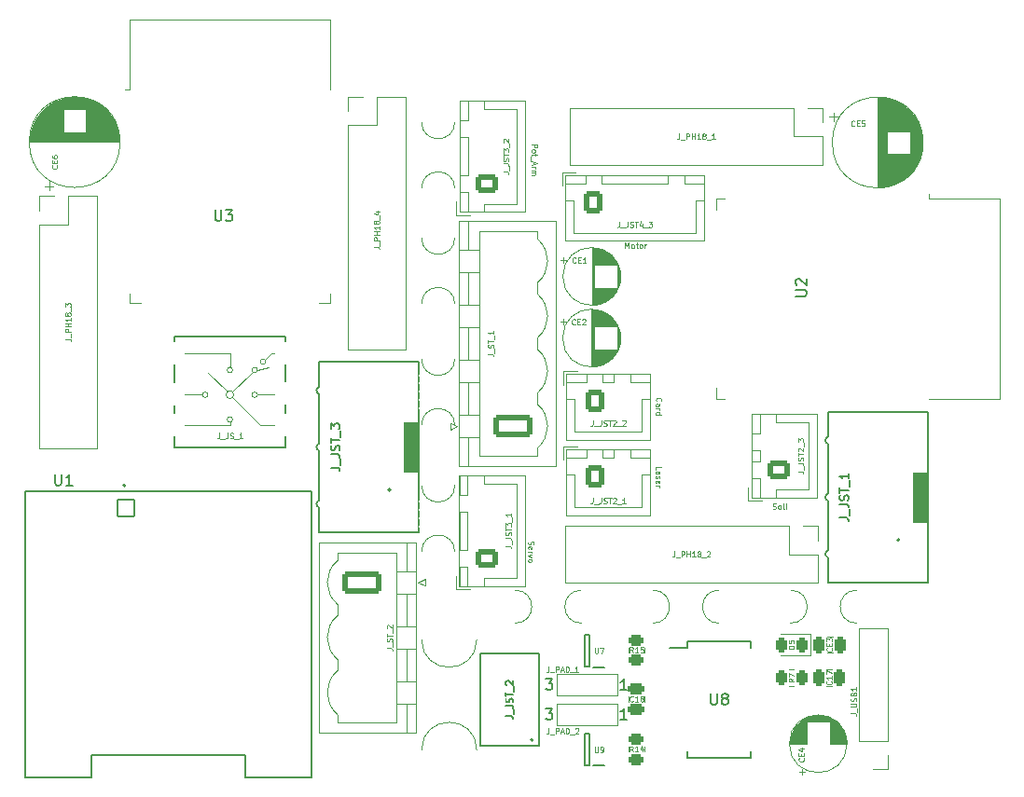
<source format=gbr>
G04 #@! TF.GenerationSoftware,KiCad,Pcbnew,6.0.11+dfsg-1*
G04 #@! TF.CreationDate,2024-10-29T09:23:30+01:00*
G04 #@! TF.ProjectId,kaarten_shieter,6b616172-7465-46e5-9f73-686965746572,rev?*
G04 #@! TF.SameCoordinates,Original*
G04 #@! TF.FileFunction,Legend,Top*
G04 #@! TF.FilePolarity,Positive*
%FSLAX46Y46*%
G04 Gerber Fmt 4.6, Leading zero omitted, Abs format (unit mm)*
G04 Created by KiCad (PCBNEW 6.0.11+dfsg-1) date 2024-10-29 09:23:30*
%MOMM*%
%LPD*%
G01*
G04 APERTURE LIST*
G04 Aperture macros list*
%AMRoundRect*
0 Rectangle with rounded corners*
0 $1 Rounding radius*
0 $2 $3 $4 $5 $6 $7 $8 $9 X,Y pos of 4 corners*
0 Add a 4 corners polygon primitive as box body*
4,1,4,$2,$3,$4,$5,$6,$7,$8,$9,$2,$3,0*
0 Add four circle primitives for the rounded corners*
1,1,$1+$1,$2,$3*
1,1,$1+$1,$4,$5*
1,1,$1+$1,$6,$7*
1,1,$1+$1,$8,$9*
0 Add four rect primitives between the rounded corners*
20,1,$1+$1,$2,$3,$4,$5,0*
20,1,$1+$1,$4,$5,$6,$7,0*
20,1,$1+$1,$6,$7,$8,$9,0*
20,1,$1+$1,$8,$9,$2,$3,0*%
%AMFreePoly0*
4,1,6,1.000000,0.000000,0.500000,-0.750000,-0.500000,-0.750000,-0.500000,0.750000,0.500000,0.750000,1.000000,0.000000,1.000000,0.000000,$1*%
G04 Aperture macros list end*
%ADD10C,0.100000*%
%ADD11C,0.150000*%
%ADD12C,0.120000*%
%ADD13C,0.200000*%
%ADD14C,0.010000*%
%ADD15C,0.127000*%
%ADD16R,2.000000X2.000000*%
%ADD17C,2.000000*%
%ADD18R,1.700000X1.700000*%
%ADD19O,1.700000X1.700000*%
%ADD20RoundRect,0.250000X-0.250000X-0.475000X0.250000X-0.475000X0.250000X0.475000X-0.250000X0.475000X0*%
%ADD21C,0.500000*%
%ADD22C,2.704000*%
%ADD23RoundRect,0.250000X0.725000X-0.600000X0.725000X0.600000X-0.725000X0.600000X-0.725000X-0.600000X0*%
%ADD24O,1.950000X1.700000*%
%ADD25R,1.600000X1.600000*%
%ADD26C,1.600000*%
%ADD27RoundRect,0.250000X0.475000X-0.250000X0.475000X0.250000X-0.475000X0.250000X-0.475000X-0.250000X0*%
%ADD28RoundRect,0.250000X0.262500X0.450000X-0.262500X0.450000X-0.262500X-0.450000X0.262500X-0.450000X0*%
%ADD29RoundRect,0.250000X0.450000X-0.262500X0.450000X0.262500X-0.450000X0.262500X-0.450000X-0.262500X0*%
%ADD30R,1.750000X0.450000*%
%ADD31RoundRect,0.250000X0.750000X-0.600000X0.750000X0.600000X-0.750000X0.600000X-0.750000X-0.600000X0*%
%ADD32O,2.000000X1.700000*%
%ADD33RoundRect,0.243750X0.243750X0.456250X-0.243750X0.456250X-0.243750X-0.456250X0.243750X-0.456250X0*%
%ADD34R,1.050000X0.600000*%
%ADD35C,1.854000*%
%ADD36C,1.734000*%
%ADD37RoundRect,0.250000X-0.600000X-0.750000X0.600000X-0.750000X0.600000X0.750000X-0.600000X0.750000X0*%
%ADD38O,1.700000X2.000000*%
%ADD39R,1.500000X1.500000*%
%ADD40FreePoly0,180.000000*%
%ADD41FreePoly0,0.000000*%
%ADD42RoundRect,0.102000X-0.754000X-0.754000X0.754000X-0.754000X0.754000X0.754000X-0.754000X0.754000X0*%
%ADD43C,1.712000*%
%ADD44C,3.204000*%
%ADD45R,1.500000X0.900000*%
%ADD46R,0.900000X1.500000*%
%ADD47C,0.475000*%
%ADD48R,4.200000X4.200000*%
%ADD49RoundRect,0.250000X-1.550000X0.750000X-1.550000X-0.750000X1.550000X-0.750000X1.550000X0.750000X0*%
%ADD50O,3.600000X2.000000*%
%ADD51RoundRect,0.250000X-0.600000X-0.725000X0.600000X-0.725000X0.600000X0.725000X-0.600000X0.725000X0*%
%ADD52O,1.700000X1.950000*%
%ADD53RoundRect,0.250000X1.550000X-0.750000X1.550000X0.750000X-1.550000X0.750000X-1.550000X-0.750000X0*%
G04 APERTURE END LIST*
D10*
X157773809Y-111057142D02*
X157773809Y-110819047D01*
X158273809Y-110819047D01*
X157773809Y-111438095D02*
X158035714Y-111438095D01*
X158083333Y-111414285D01*
X158107142Y-111366666D01*
X158107142Y-111271428D01*
X158083333Y-111223809D01*
X157797619Y-111438095D02*
X157773809Y-111390476D01*
X157773809Y-111271428D01*
X157797619Y-111223809D01*
X157845238Y-111200000D01*
X157892857Y-111200000D01*
X157940476Y-111223809D01*
X157964285Y-111271428D01*
X157964285Y-111390476D01*
X157988095Y-111438095D01*
X157797619Y-111652380D02*
X157773809Y-111700000D01*
X157773809Y-111795238D01*
X157797619Y-111842857D01*
X157845238Y-111866666D01*
X157869047Y-111866666D01*
X157916666Y-111842857D01*
X157940476Y-111795238D01*
X157940476Y-111723809D01*
X157964285Y-111676190D01*
X158011904Y-111652380D01*
X158035714Y-111652380D01*
X158083333Y-111676190D01*
X158107142Y-111723809D01*
X158107142Y-111795238D01*
X158083333Y-111842857D01*
X157797619Y-112271428D02*
X157773809Y-112223809D01*
X157773809Y-112128571D01*
X157797619Y-112080952D01*
X157845238Y-112057142D01*
X158035714Y-112057142D01*
X158083333Y-112080952D01*
X158107142Y-112128571D01*
X158107142Y-112223809D01*
X158083333Y-112271428D01*
X158035714Y-112295238D01*
X157988095Y-112295238D01*
X157940476Y-112057142D01*
X157773809Y-112509523D02*
X158107142Y-112509523D01*
X158011904Y-112509523D02*
X158059523Y-112533333D01*
X158083333Y-112557142D01*
X158107142Y-112604761D01*
X158107142Y-112652380D01*
X157821428Y-104847619D02*
X157797619Y-104823809D01*
X157773809Y-104752380D01*
X157773809Y-104704761D01*
X157797619Y-104633333D01*
X157845238Y-104585714D01*
X157892857Y-104561904D01*
X157988095Y-104538095D01*
X158059523Y-104538095D01*
X158154761Y-104561904D01*
X158202380Y-104585714D01*
X158250000Y-104633333D01*
X158273809Y-104704761D01*
X158273809Y-104752380D01*
X158250000Y-104823809D01*
X158226190Y-104847619D01*
X157773809Y-105276190D02*
X158035714Y-105276190D01*
X158083333Y-105252380D01*
X158107142Y-105204761D01*
X158107142Y-105109523D01*
X158083333Y-105061904D01*
X157797619Y-105276190D02*
X157773809Y-105228571D01*
X157773809Y-105109523D01*
X157797619Y-105061904D01*
X157845238Y-105038095D01*
X157892857Y-105038095D01*
X157940476Y-105061904D01*
X157964285Y-105109523D01*
X157964285Y-105228571D01*
X157988095Y-105276190D01*
X157773809Y-105514285D02*
X158107142Y-105514285D01*
X158011904Y-105514285D02*
X158059523Y-105538095D01*
X158083333Y-105561904D01*
X158107142Y-105609523D01*
X158107142Y-105657142D01*
X157773809Y-106038095D02*
X158273809Y-106038095D01*
X157797619Y-106038095D02*
X157773809Y-105990476D01*
X157773809Y-105895238D01*
X157797619Y-105847619D01*
X157821428Y-105823809D01*
X157869047Y-105800000D01*
X158011904Y-105800000D01*
X158059523Y-105823809D01*
X158083333Y-105847619D01*
X158107142Y-105895238D01*
X158107142Y-105990476D01*
X158083333Y-106038095D01*
X154983333Y-90926190D02*
X154983333Y-90426190D01*
X155150000Y-90783333D01*
X155316666Y-90426190D01*
X155316666Y-90926190D01*
X155626190Y-90926190D02*
X155578571Y-90902380D01*
X155554761Y-90878571D01*
X155530952Y-90830952D01*
X155530952Y-90688095D01*
X155554761Y-90640476D01*
X155578571Y-90616666D01*
X155626190Y-90592857D01*
X155697619Y-90592857D01*
X155745238Y-90616666D01*
X155769047Y-90640476D01*
X155792857Y-90688095D01*
X155792857Y-90830952D01*
X155769047Y-90878571D01*
X155745238Y-90902380D01*
X155697619Y-90926190D01*
X155626190Y-90926190D01*
X155935714Y-90592857D02*
X156126190Y-90592857D01*
X156007142Y-90426190D02*
X156007142Y-90854761D01*
X156030952Y-90902380D01*
X156078571Y-90926190D01*
X156126190Y-90926190D01*
X156364285Y-90926190D02*
X156316666Y-90902380D01*
X156292857Y-90878571D01*
X156269047Y-90830952D01*
X156269047Y-90688095D01*
X156292857Y-90640476D01*
X156316666Y-90616666D01*
X156364285Y-90592857D01*
X156435714Y-90592857D01*
X156483333Y-90616666D01*
X156507142Y-90640476D01*
X156530952Y-90688095D01*
X156530952Y-90830952D01*
X156507142Y-90878571D01*
X156483333Y-90902380D01*
X156435714Y-90926190D01*
X156364285Y-90926190D01*
X156745238Y-90926190D02*
X156745238Y-90592857D01*
X156745238Y-90688095D02*
X156769047Y-90640476D01*
X156792857Y-90616666D01*
X156840476Y-90592857D01*
X156888095Y-90592857D01*
X146197619Y-117571428D02*
X146173809Y-117642857D01*
X146173809Y-117761904D01*
X146197619Y-117809523D01*
X146221428Y-117833333D01*
X146269047Y-117857142D01*
X146316666Y-117857142D01*
X146364285Y-117833333D01*
X146388095Y-117809523D01*
X146411904Y-117761904D01*
X146435714Y-117666666D01*
X146459523Y-117619047D01*
X146483333Y-117595238D01*
X146530952Y-117571428D01*
X146578571Y-117571428D01*
X146626190Y-117595238D01*
X146650000Y-117619047D01*
X146673809Y-117666666D01*
X146673809Y-117785714D01*
X146650000Y-117857142D01*
X146197619Y-118261904D02*
X146173809Y-118214285D01*
X146173809Y-118119047D01*
X146197619Y-118071428D01*
X146245238Y-118047619D01*
X146435714Y-118047619D01*
X146483333Y-118071428D01*
X146507142Y-118119047D01*
X146507142Y-118214285D01*
X146483333Y-118261904D01*
X146435714Y-118285714D01*
X146388095Y-118285714D01*
X146340476Y-118047619D01*
X146173809Y-118500000D02*
X146507142Y-118500000D01*
X146411904Y-118500000D02*
X146459523Y-118523809D01*
X146483333Y-118547619D01*
X146507142Y-118595238D01*
X146507142Y-118642857D01*
X146507142Y-118761904D02*
X146173809Y-118880952D01*
X146507142Y-119000000D01*
X146173809Y-119261904D02*
X146197619Y-119214285D01*
X146221428Y-119190476D01*
X146269047Y-119166666D01*
X146411904Y-119166666D01*
X146459523Y-119190476D01*
X146483333Y-119214285D01*
X146507142Y-119261904D01*
X146507142Y-119333333D01*
X146483333Y-119380952D01*
X146459523Y-119404761D01*
X146411904Y-119428571D01*
X146269047Y-119428571D01*
X146221428Y-119404761D01*
X146197619Y-119380952D01*
X146173809Y-119333333D01*
X146173809Y-119261904D01*
X146473809Y-81507142D02*
X146973809Y-81507142D01*
X146973809Y-81697619D01*
X146950000Y-81745238D01*
X146926190Y-81769047D01*
X146878571Y-81792857D01*
X146807142Y-81792857D01*
X146759523Y-81769047D01*
X146735714Y-81745238D01*
X146711904Y-81697619D01*
X146711904Y-81507142D01*
X146473809Y-82078571D02*
X146497619Y-82030952D01*
X146521428Y-82007142D01*
X146569047Y-81983333D01*
X146711904Y-81983333D01*
X146759523Y-82007142D01*
X146783333Y-82030952D01*
X146807142Y-82078571D01*
X146807142Y-82150000D01*
X146783333Y-82197619D01*
X146759523Y-82221428D01*
X146711904Y-82245238D01*
X146569047Y-82245238D01*
X146521428Y-82221428D01*
X146497619Y-82197619D01*
X146473809Y-82150000D01*
X146473809Y-82078571D01*
X146807142Y-82388095D02*
X146807142Y-82578571D01*
X146973809Y-82459523D02*
X146545238Y-82459523D01*
X146497619Y-82483333D01*
X146473809Y-82530952D01*
X146473809Y-82578571D01*
X146426190Y-82626190D02*
X146426190Y-83007142D01*
X146616666Y-83102380D02*
X146616666Y-83340476D01*
X146473809Y-83054761D02*
X146973809Y-83221428D01*
X146473809Y-83388095D01*
X146473809Y-83554761D02*
X146807142Y-83554761D01*
X146711904Y-83554761D02*
X146759523Y-83578571D01*
X146783333Y-83602380D01*
X146807142Y-83650000D01*
X146807142Y-83697619D01*
X146473809Y-83864285D02*
X146807142Y-83864285D01*
X146759523Y-83864285D02*
X146783333Y-83888095D01*
X146807142Y-83935714D01*
X146807142Y-84007142D01*
X146783333Y-84054761D01*
X146735714Y-84078571D01*
X146473809Y-84078571D01*
X146735714Y-84078571D02*
X146783333Y-84102380D01*
X146807142Y-84150000D01*
X146807142Y-84221428D01*
X146783333Y-84269047D01*
X146735714Y-84292857D01*
X146473809Y-84292857D01*
X168380952Y-114602380D02*
X168452380Y-114626190D01*
X168571428Y-114626190D01*
X168619047Y-114602380D01*
X168642857Y-114578571D01*
X168666666Y-114530952D01*
X168666666Y-114483333D01*
X168642857Y-114435714D01*
X168619047Y-114411904D01*
X168571428Y-114388095D01*
X168476190Y-114364285D01*
X168428571Y-114340476D01*
X168404761Y-114316666D01*
X168380952Y-114269047D01*
X168380952Y-114221428D01*
X168404761Y-114173809D01*
X168428571Y-114150000D01*
X168476190Y-114126190D01*
X168595238Y-114126190D01*
X168666666Y-114150000D01*
X168952380Y-114626190D02*
X168904761Y-114602380D01*
X168880952Y-114578571D01*
X168857142Y-114530952D01*
X168857142Y-114388095D01*
X168880952Y-114340476D01*
X168904761Y-114316666D01*
X168952380Y-114292857D01*
X169023809Y-114292857D01*
X169071428Y-114316666D01*
X169095238Y-114340476D01*
X169119047Y-114388095D01*
X169119047Y-114530952D01*
X169095238Y-114578571D01*
X169071428Y-114602380D01*
X169023809Y-114626190D01*
X168952380Y-114626190D01*
X169404761Y-114626190D02*
X169357142Y-114602380D01*
X169333333Y-114554761D01*
X169333333Y-114126190D01*
X169595238Y-114626190D02*
X169595238Y-114292857D01*
X169595238Y-114126190D02*
X169571428Y-114150000D01*
X169595238Y-114173809D01*
X169619047Y-114150000D01*
X169595238Y-114126190D01*
X169595238Y-114173809D01*
X118116309Y-107726190D02*
X118116309Y-108083333D01*
X118092500Y-108154761D01*
X118044880Y-108202380D01*
X117973452Y-108226190D01*
X117925833Y-108226190D01*
X118235357Y-108273809D02*
X118616309Y-108273809D01*
X118878214Y-107726190D02*
X118878214Y-108083333D01*
X118854404Y-108154761D01*
X118806785Y-108202380D01*
X118735357Y-108226190D01*
X118687738Y-108226190D01*
X119092500Y-108202380D02*
X119163928Y-108226190D01*
X119282976Y-108226190D01*
X119330595Y-108202380D01*
X119354404Y-108178571D01*
X119378214Y-108130952D01*
X119378214Y-108083333D01*
X119354404Y-108035714D01*
X119330595Y-108011904D01*
X119282976Y-107988095D01*
X119187738Y-107964285D01*
X119140119Y-107940476D01*
X119116309Y-107916666D01*
X119092500Y-107869047D01*
X119092500Y-107821428D01*
X119116309Y-107773809D01*
X119140119Y-107750000D01*
X119187738Y-107726190D01*
X119306785Y-107726190D01*
X119378214Y-107750000D01*
X119473452Y-108273809D02*
X119854404Y-108273809D01*
X120235357Y-108226190D02*
X119949642Y-108226190D01*
X120092500Y-108226190D02*
X120092500Y-107726190D01*
X120044880Y-107797619D01*
X119997261Y-107845238D01*
X119949642Y-107869047D01*
X175476190Y-133207142D02*
X175833333Y-133207142D01*
X175904761Y-133230952D01*
X175952380Y-133278571D01*
X175976190Y-133350000D01*
X175976190Y-133397619D01*
X176023809Y-133088095D02*
X176023809Y-132707142D01*
X175476190Y-132588095D02*
X175880952Y-132588095D01*
X175928571Y-132564285D01*
X175952380Y-132540476D01*
X175976190Y-132492857D01*
X175976190Y-132397619D01*
X175952380Y-132350000D01*
X175928571Y-132326190D01*
X175880952Y-132302380D01*
X175476190Y-132302380D01*
X175952380Y-132088095D02*
X175976190Y-132016666D01*
X175976190Y-131897619D01*
X175952380Y-131850000D01*
X175928571Y-131826190D01*
X175880952Y-131802380D01*
X175833333Y-131802380D01*
X175785714Y-131826190D01*
X175761904Y-131850000D01*
X175738095Y-131897619D01*
X175714285Y-131992857D01*
X175690476Y-132040476D01*
X175666666Y-132064285D01*
X175619047Y-132088095D01*
X175571428Y-132088095D01*
X175523809Y-132064285D01*
X175500000Y-132040476D01*
X175476190Y-131992857D01*
X175476190Y-131873809D01*
X175500000Y-131802380D01*
X175714285Y-131421428D02*
X175738095Y-131350000D01*
X175761904Y-131326190D01*
X175809523Y-131302380D01*
X175880952Y-131302380D01*
X175928571Y-131326190D01*
X175952380Y-131350000D01*
X175976190Y-131397619D01*
X175976190Y-131588095D01*
X175476190Y-131588095D01*
X175476190Y-131421428D01*
X175500000Y-131373809D01*
X175523809Y-131350000D01*
X175571428Y-131326190D01*
X175619047Y-131326190D01*
X175666666Y-131350000D01*
X175690476Y-131373809D01*
X175714285Y-131421428D01*
X175714285Y-131588095D01*
X175976190Y-130826190D02*
X175976190Y-131111904D01*
X175976190Y-130969047D02*
X175476190Y-130969047D01*
X175547619Y-131016666D01*
X175595238Y-131064285D01*
X175619047Y-131111904D01*
X173678571Y-130271428D02*
X173702380Y-130295238D01*
X173726190Y-130366666D01*
X173726190Y-130414285D01*
X173702380Y-130485714D01*
X173654761Y-130533333D01*
X173607142Y-130557142D01*
X173511904Y-130580952D01*
X173440476Y-130580952D01*
X173345238Y-130557142D01*
X173297619Y-130533333D01*
X173250000Y-130485714D01*
X173226190Y-130414285D01*
X173226190Y-130366666D01*
X173250000Y-130295238D01*
X173273809Y-130271428D01*
X173726190Y-129795238D02*
X173726190Y-130080952D01*
X173726190Y-129938095D02*
X173226190Y-129938095D01*
X173297619Y-129985714D01*
X173345238Y-130033333D01*
X173369047Y-130080952D01*
X173226190Y-129628571D02*
X173226190Y-129295238D01*
X173726190Y-129509523D01*
D11*
D10*
X143901190Y-84004761D02*
X144258333Y-84004761D01*
X144329761Y-84028571D01*
X144377380Y-84076190D01*
X144401190Y-84147619D01*
X144401190Y-84195238D01*
X144448809Y-83885714D02*
X144448809Y-83504761D01*
X143901190Y-83242857D02*
X144258333Y-83242857D01*
X144329761Y-83266666D01*
X144377380Y-83314285D01*
X144401190Y-83385714D01*
X144401190Y-83433333D01*
X144377380Y-83028571D02*
X144401190Y-82957142D01*
X144401190Y-82838095D01*
X144377380Y-82790476D01*
X144353571Y-82766666D01*
X144305952Y-82742857D01*
X144258333Y-82742857D01*
X144210714Y-82766666D01*
X144186904Y-82790476D01*
X144163095Y-82838095D01*
X144139285Y-82933333D01*
X144115476Y-82980952D01*
X144091666Y-83004761D01*
X144044047Y-83028571D01*
X143996428Y-83028571D01*
X143948809Y-83004761D01*
X143925000Y-82980952D01*
X143901190Y-82933333D01*
X143901190Y-82814285D01*
X143925000Y-82742857D01*
X143901190Y-82600000D02*
X143901190Y-82314285D01*
X144401190Y-82457142D02*
X143901190Y-82457142D01*
X143901190Y-82195238D02*
X143901190Y-81885714D01*
X144091666Y-82052380D01*
X144091666Y-81980952D01*
X144115476Y-81933333D01*
X144139285Y-81909523D01*
X144186904Y-81885714D01*
X144305952Y-81885714D01*
X144353571Y-81909523D01*
X144377380Y-81933333D01*
X144401190Y-81980952D01*
X144401190Y-82123809D01*
X144377380Y-82171428D01*
X144353571Y-82195238D01*
X144448809Y-81790476D02*
X144448809Y-81409523D01*
X143948809Y-81314285D02*
X143925000Y-81290476D01*
X143901190Y-81242857D01*
X143901190Y-81123809D01*
X143925000Y-81076190D01*
X143948809Y-81052380D01*
X143996428Y-81028571D01*
X144044047Y-81028571D01*
X144115476Y-81052380D01*
X144401190Y-81338095D01*
X144401190Y-81028571D01*
X150440476Y-97828571D02*
X150416666Y-97852380D01*
X150345238Y-97876190D01*
X150297619Y-97876190D01*
X150226190Y-97852380D01*
X150178571Y-97804761D01*
X150154761Y-97757142D01*
X150130952Y-97661904D01*
X150130952Y-97590476D01*
X150154761Y-97495238D01*
X150178571Y-97447619D01*
X150226190Y-97400000D01*
X150297619Y-97376190D01*
X150345238Y-97376190D01*
X150416666Y-97400000D01*
X150440476Y-97423809D01*
X150654761Y-97614285D02*
X150821428Y-97614285D01*
X150892857Y-97876190D02*
X150654761Y-97876190D01*
X150654761Y-97376190D01*
X150892857Y-97376190D01*
X151083333Y-97423809D02*
X151107142Y-97400000D01*
X151154761Y-97376190D01*
X151273809Y-97376190D01*
X151321428Y-97400000D01*
X151345238Y-97423809D01*
X151369047Y-97471428D01*
X151369047Y-97519047D01*
X151345238Y-97590476D01*
X151059523Y-97876190D01*
X151369047Y-97876190D01*
X155678571Y-132078571D02*
X155654761Y-132102380D01*
X155583333Y-132126190D01*
X155535714Y-132126190D01*
X155464285Y-132102380D01*
X155416666Y-132054761D01*
X155392857Y-132007142D01*
X155369047Y-131911904D01*
X155369047Y-131840476D01*
X155392857Y-131745238D01*
X155416666Y-131697619D01*
X155464285Y-131650000D01*
X155535714Y-131626190D01*
X155583333Y-131626190D01*
X155654761Y-131650000D01*
X155678571Y-131673809D01*
X156154761Y-132126190D02*
X155869047Y-132126190D01*
X156011904Y-132126190D02*
X156011904Y-131626190D01*
X155964285Y-131697619D01*
X155916666Y-131745238D01*
X155869047Y-131769047D01*
X156440476Y-131840476D02*
X156392857Y-131816666D01*
X156369047Y-131792857D01*
X156345238Y-131745238D01*
X156345238Y-131721428D01*
X156369047Y-131673809D01*
X156392857Y-131650000D01*
X156440476Y-131626190D01*
X156535714Y-131626190D01*
X156583333Y-131650000D01*
X156607142Y-131673809D01*
X156630952Y-131721428D01*
X156630952Y-131745238D01*
X156607142Y-131792857D01*
X156583333Y-131816666D01*
X156535714Y-131840476D01*
X156440476Y-131840476D01*
X156392857Y-131864285D01*
X156369047Y-131888095D01*
X156345238Y-131935714D01*
X156345238Y-132030952D01*
X156369047Y-132078571D01*
X156392857Y-132102380D01*
X156440476Y-132126190D01*
X156535714Y-132126190D01*
X156583333Y-132102380D01*
X156607142Y-132078571D01*
X156630952Y-132030952D01*
X156630952Y-131935714D01*
X156607142Y-131888095D01*
X156583333Y-131864285D01*
X156535714Y-131840476D01*
X170313690Y-130033333D02*
X170075595Y-130200000D01*
X170313690Y-130319047D02*
X169813690Y-130319047D01*
X169813690Y-130128571D01*
X169837500Y-130080952D01*
X169861309Y-130057142D01*
X169908928Y-130033333D01*
X169980357Y-130033333D01*
X170027976Y-130057142D01*
X170051785Y-130080952D01*
X170075595Y-130128571D01*
X170075595Y-130319047D01*
X169813690Y-129866666D02*
X169813690Y-129533333D01*
X170313690Y-129747619D01*
X155678571Y-127676190D02*
X155511904Y-127438095D01*
X155392857Y-127676190D02*
X155392857Y-127176190D01*
X155583333Y-127176190D01*
X155630952Y-127200000D01*
X155654761Y-127223809D01*
X155678571Y-127271428D01*
X155678571Y-127342857D01*
X155654761Y-127390476D01*
X155630952Y-127414285D01*
X155583333Y-127438095D01*
X155392857Y-127438095D01*
X156154761Y-127676190D02*
X155869047Y-127676190D01*
X156011904Y-127676190D02*
X156011904Y-127176190D01*
X155964285Y-127247619D01*
X155916666Y-127295238D01*
X155869047Y-127319047D01*
X156607142Y-127176190D02*
X156369047Y-127176190D01*
X156345238Y-127414285D01*
X156369047Y-127390476D01*
X156416666Y-127366666D01*
X156535714Y-127366666D01*
X156583333Y-127390476D01*
X156607142Y-127414285D01*
X156630952Y-127461904D01*
X156630952Y-127580952D01*
X156607142Y-127628571D01*
X156583333Y-127652380D01*
X156535714Y-127676190D01*
X156416666Y-127676190D01*
X156369047Y-127652380D01*
X156345238Y-127628571D01*
D11*
X162738095Y-131402380D02*
X162738095Y-132211904D01*
X162785714Y-132307142D01*
X162833333Y-132354761D01*
X162928571Y-132402380D01*
X163119047Y-132402380D01*
X163214285Y-132354761D01*
X163261904Y-132307142D01*
X163309523Y-132211904D01*
X163309523Y-131402380D01*
X163928571Y-131830952D02*
X163833333Y-131783333D01*
X163785714Y-131735714D01*
X163738095Y-131640476D01*
X163738095Y-131592857D01*
X163785714Y-131497619D01*
X163833333Y-131450000D01*
X163928571Y-131402380D01*
X164119047Y-131402380D01*
X164214285Y-131450000D01*
X164261904Y-131497619D01*
X164309523Y-131592857D01*
X164309523Y-131640476D01*
X164261904Y-131735714D01*
X164214285Y-131783333D01*
X164119047Y-131830952D01*
X163928571Y-131830952D01*
X163833333Y-131878571D01*
X163785714Y-131926190D01*
X163738095Y-132021428D01*
X163738095Y-132211904D01*
X163785714Y-132307142D01*
X163833333Y-132354761D01*
X163928571Y-132402380D01*
X164119047Y-132402380D01*
X164214285Y-132354761D01*
X164261904Y-132307142D01*
X164309523Y-132211904D01*
X164309523Y-132021428D01*
X164261904Y-131926190D01*
X164214285Y-131878571D01*
X164119047Y-131830952D01*
D10*
X170656190Y-111204761D02*
X171013333Y-111204761D01*
X171084761Y-111228571D01*
X171132380Y-111276190D01*
X171156190Y-111347619D01*
X171156190Y-111395238D01*
X171203809Y-111085714D02*
X171203809Y-110704761D01*
X170656190Y-110442857D02*
X171013333Y-110442857D01*
X171084761Y-110466666D01*
X171132380Y-110514285D01*
X171156190Y-110585714D01*
X171156190Y-110633333D01*
X171132380Y-110228571D02*
X171156190Y-110157142D01*
X171156190Y-110038095D01*
X171132380Y-109990476D01*
X171108571Y-109966666D01*
X171060952Y-109942857D01*
X171013333Y-109942857D01*
X170965714Y-109966666D01*
X170941904Y-109990476D01*
X170918095Y-110038095D01*
X170894285Y-110133333D01*
X170870476Y-110180952D01*
X170846666Y-110204761D01*
X170799047Y-110228571D01*
X170751428Y-110228571D01*
X170703809Y-110204761D01*
X170680000Y-110180952D01*
X170656190Y-110133333D01*
X170656190Y-110014285D01*
X170680000Y-109942857D01*
X170656190Y-109800000D02*
X170656190Y-109514285D01*
X171156190Y-109657142D02*
X170656190Y-109657142D01*
X170703809Y-109371428D02*
X170680000Y-109347619D01*
X170656190Y-109300000D01*
X170656190Y-109180952D01*
X170680000Y-109133333D01*
X170703809Y-109109523D01*
X170751428Y-109085714D01*
X170799047Y-109085714D01*
X170870476Y-109109523D01*
X171156190Y-109395238D01*
X171156190Y-109085714D01*
X171203809Y-108990476D02*
X171203809Y-108609523D01*
X170656190Y-108538095D02*
X170656190Y-108228571D01*
X170846666Y-108395238D01*
X170846666Y-108323809D01*
X170870476Y-108276190D01*
X170894285Y-108252380D01*
X170941904Y-108228571D01*
X171060952Y-108228571D01*
X171108571Y-108252380D01*
X171132380Y-108276190D01*
X171156190Y-108323809D01*
X171156190Y-108466666D01*
X171132380Y-108514285D01*
X171108571Y-108538095D01*
X170313690Y-127319047D02*
X169813690Y-127319047D01*
X169813690Y-127200000D01*
X169837500Y-127128571D01*
X169885119Y-127080952D01*
X169932738Y-127057142D01*
X170027976Y-127033333D01*
X170099404Y-127033333D01*
X170194642Y-127057142D01*
X170242261Y-127080952D01*
X170289880Y-127128571D01*
X170313690Y-127200000D01*
X170313690Y-127319047D01*
X169813690Y-126580952D02*
X169813690Y-126819047D01*
X170051785Y-126842857D01*
X170027976Y-126819047D01*
X170004166Y-126771428D01*
X170004166Y-126652380D01*
X170027976Y-126604761D01*
X170051785Y-126580952D01*
X170099404Y-126557142D01*
X170218452Y-126557142D01*
X170266071Y-126580952D01*
X170289880Y-126604761D01*
X170313690Y-126652380D01*
X170313690Y-126771428D01*
X170289880Y-126819047D01*
X170266071Y-126842857D01*
X152219047Y-136226190D02*
X152219047Y-136630952D01*
X152242857Y-136678571D01*
X152266666Y-136702380D01*
X152314285Y-136726190D01*
X152409523Y-136726190D01*
X152457142Y-136702380D01*
X152480952Y-136678571D01*
X152504761Y-136630952D01*
X152504761Y-136226190D01*
X152766666Y-136726190D02*
X152861904Y-136726190D01*
X152909523Y-136702380D01*
X152933333Y-136678571D01*
X152980952Y-136607142D01*
X153004761Y-136511904D01*
X153004761Y-136321428D01*
X152980952Y-136273809D01*
X152957142Y-136250000D01*
X152909523Y-136226190D01*
X152814285Y-136226190D01*
X152766666Y-136250000D01*
X152742857Y-136273809D01*
X152719047Y-136321428D01*
X152719047Y-136440476D01*
X152742857Y-136488095D01*
X152766666Y-136511904D01*
X152814285Y-136535714D01*
X152909523Y-136535714D01*
X152957142Y-136511904D01*
X152980952Y-136488095D01*
X153004761Y-136440476D01*
D11*
X174461904Y-115401666D02*
X175033333Y-115401666D01*
X175147619Y-115439761D01*
X175223809Y-115515952D01*
X175261904Y-115630238D01*
X175261904Y-115706428D01*
X175338095Y-115211190D02*
X175338095Y-114601666D01*
X174461904Y-114182619D02*
X175033333Y-114182619D01*
X175147619Y-114220714D01*
X175223809Y-114296904D01*
X175261904Y-114411190D01*
X175261904Y-114487380D01*
X175223809Y-113839761D02*
X175261904Y-113725476D01*
X175261904Y-113535000D01*
X175223809Y-113458809D01*
X175185714Y-113420714D01*
X175109523Y-113382619D01*
X175033333Y-113382619D01*
X174957142Y-113420714D01*
X174919047Y-113458809D01*
X174880952Y-113535000D01*
X174842857Y-113687380D01*
X174804761Y-113763571D01*
X174766666Y-113801666D01*
X174690476Y-113839761D01*
X174614285Y-113839761D01*
X174538095Y-113801666D01*
X174500000Y-113763571D01*
X174461904Y-113687380D01*
X174461904Y-113496904D01*
X174500000Y-113382619D01*
X174461904Y-113154047D02*
X174461904Y-112696904D01*
X175261904Y-112925476D02*
X174461904Y-112925476D01*
X175338095Y-112620714D02*
X175338095Y-112011190D01*
X175261904Y-111401666D02*
X175261904Y-111858809D01*
X175261904Y-111630238D02*
X174461904Y-111630238D01*
X174576190Y-111706428D01*
X174652380Y-111782619D01*
X174690476Y-111858809D01*
D10*
X173728571Y-127259523D02*
X173752380Y-127283333D01*
X173776190Y-127354761D01*
X173776190Y-127402380D01*
X173752380Y-127473809D01*
X173704761Y-127521428D01*
X173657142Y-127545238D01*
X173561904Y-127569047D01*
X173490476Y-127569047D01*
X173395238Y-127545238D01*
X173347619Y-127521428D01*
X173300000Y-127473809D01*
X173276190Y-127402380D01*
X173276190Y-127354761D01*
X173300000Y-127283333D01*
X173323809Y-127259523D01*
X173514285Y-127045238D02*
X173514285Y-126878571D01*
X173776190Y-126807142D02*
X173776190Y-127045238D01*
X173276190Y-127045238D01*
X173276190Y-126807142D01*
X173276190Y-126640476D02*
X173276190Y-126330952D01*
X173466666Y-126497619D01*
X173466666Y-126426190D01*
X173490476Y-126378571D01*
X173514285Y-126354761D01*
X173561904Y-126330952D01*
X173680952Y-126330952D01*
X173728571Y-126354761D01*
X173752380Y-126378571D01*
X173776190Y-126426190D01*
X173776190Y-126569047D01*
X173752380Y-126616666D01*
X173728571Y-126640476D01*
X175802598Y-79813571D02*
X175778788Y-79837380D01*
X175707360Y-79861190D01*
X175659741Y-79861190D01*
X175588312Y-79837380D01*
X175540693Y-79789761D01*
X175516883Y-79742142D01*
X175493074Y-79646904D01*
X175493074Y-79575476D01*
X175516883Y-79480238D01*
X175540693Y-79432619D01*
X175588312Y-79385000D01*
X175659741Y-79361190D01*
X175707360Y-79361190D01*
X175778788Y-79385000D01*
X175802598Y-79408809D01*
X176016883Y-79599285D02*
X176183550Y-79599285D01*
X176254979Y-79861190D02*
X176016883Y-79861190D01*
X176016883Y-79361190D01*
X176254979Y-79361190D01*
X176707360Y-79361190D02*
X176469264Y-79361190D01*
X176445455Y-79599285D01*
X176469264Y-79575476D01*
X176516883Y-79551666D01*
X176635931Y-79551666D01*
X176683550Y-79575476D01*
X176707360Y-79599285D01*
X176731169Y-79646904D01*
X176731169Y-79765952D01*
X176707360Y-79813571D01*
X176683550Y-79837380D01*
X176635931Y-79861190D01*
X176516883Y-79861190D01*
X176469264Y-79837380D01*
X176445455Y-79813571D01*
D11*
D10*
X171178571Y-137259523D02*
X171202380Y-137283333D01*
X171226190Y-137354761D01*
X171226190Y-137402380D01*
X171202380Y-137473809D01*
X171154761Y-137521428D01*
X171107142Y-137545238D01*
X171011904Y-137569047D01*
X170940476Y-137569047D01*
X170845238Y-137545238D01*
X170797619Y-137521428D01*
X170750000Y-137473809D01*
X170726190Y-137402380D01*
X170726190Y-137354761D01*
X170750000Y-137283333D01*
X170773809Y-137259523D01*
X170964285Y-137045238D02*
X170964285Y-136878571D01*
X171226190Y-136807142D02*
X171226190Y-137045238D01*
X170726190Y-137045238D01*
X170726190Y-136807142D01*
X170892857Y-136378571D02*
X171226190Y-136378571D01*
X170702380Y-136497619D02*
X171059523Y-136616666D01*
X171059523Y-136307142D01*
X159894285Y-80526190D02*
X159894285Y-80883333D01*
X159870476Y-80954761D01*
X159822857Y-81002380D01*
X159751428Y-81026190D01*
X159703809Y-81026190D01*
X160013333Y-81073809D02*
X160394285Y-81073809D01*
X160513333Y-81026190D02*
X160513333Y-80526190D01*
X160703809Y-80526190D01*
X160751428Y-80550000D01*
X160775238Y-80573809D01*
X160799047Y-80621428D01*
X160799047Y-80692857D01*
X160775238Y-80740476D01*
X160751428Y-80764285D01*
X160703809Y-80788095D01*
X160513333Y-80788095D01*
X161013333Y-81026190D02*
X161013333Y-80526190D01*
X161013333Y-80764285D02*
X161299047Y-80764285D01*
X161299047Y-81026190D02*
X161299047Y-80526190D01*
X161799047Y-81026190D02*
X161513333Y-81026190D01*
X161656190Y-81026190D02*
X161656190Y-80526190D01*
X161608571Y-80597619D01*
X161560952Y-80645238D01*
X161513333Y-80669047D01*
X162084761Y-80740476D02*
X162037142Y-80716666D01*
X162013333Y-80692857D01*
X161989523Y-80645238D01*
X161989523Y-80621428D01*
X162013333Y-80573809D01*
X162037142Y-80550000D01*
X162084761Y-80526190D01*
X162180000Y-80526190D01*
X162227619Y-80550000D01*
X162251428Y-80573809D01*
X162275238Y-80621428D01*
X162275238Y-80645238D01*
X162251428Y-80692857D01*
X162227619Y-80716666D01*
X162180000Y-80740476D01*
X162084761Y-80740476D01*
X162037142Y-80764285D01*
X162013333Y-80788095D01*
X161989523Y-80835714D01*
X161989523Y-80930952D01*
X162013333Y-80978571D01*
X162037142Y-81002380D01*
X162084761Y-81026190D01*
X162180000Y-81026190D01*
X162227619Y-81002380D01*
X162251428Y-80978571D01*
X162275238Y-80930952D01*
X162275238Y-80835714D01*
X162251428Y-80788095D01*
X162227619Y-80764285D01*
X162180000Y-80740476D01*
X162370476Y-81073809D02*
X162751428Y-81073809D01*
X163132380Y-81026190D02*
X162846666Y-81026190D01*
X162989523Y-81026190D02*
X162989523Y-80526190D01*
X162941904Y-80597619D01*
X162894285Y-80645238D01*
X162846666Y-80669047D01*
X103378571Y-83406872D02*
X103402380Y-83430682D01*
X103426190Y-83502110D01*
X103426190Y-83549729D01*
X103402380Y-83621158D01*
X103354761Y-83668777D01*
X103307142Y-83692587D01*
X103211904Y-83716396D01*
X103140476Y-83716396D01*
X103045238Y-83692587D01*
X102997619Y-83668777D01*
X102950000Y-83621158D01*
X102926190Y-83549729D01*
X102926190Y-83502110D01*
X102950000Y-83430682D01*
X102973809Y-83406872D01*
X103164285Y-83192587D02*
X103164285Y-83025920D01*
X103426190Y-82954491D02*
X103426190Y-83192587D01*
X102926190Y-83192587D01*
X102926190Y-82954491D01*
X102926190Y-82525920D02*
X102926190Y-82621158D01*
X102950000Y-82668777D01*
X102973809Y-82692587D01*
X103045238Y-82740206D01*
X103140476Y-82764015D01*
X103330952Y-82764015D01*
X103378571Y-82740206D01*
X103402380Y-82716396D01*
X103426190Y-82668777D01*
X103426190Y-82573539D01*
X103402380Y-82525920D01*
X103378571Y-82502110D01*
X103330952Y-82478301D01*
X103211904Y-82478301D01*
X103164285Y-82502110D01*
X103140476Y-82525920D01*
X103116666Y-82573539D01*
X103116666Y-82668777D01*
X103140476Y-82716396D01*
X103164285Y-82740206D01*
X103211904Y-82764015D01*
D11*
X144149523Y-133443333D02*
X144606666Y-133443333D01*
X144698095Y-133473809D01*
X144759047Y-133534761D01*
X144789523Y-133626190D01*
X144789523Y-133687142D01*
X144850476Y-133290952D02*
X144850476Y-132803333D01*
X144149523Y-132468095D02*
X144606666Y-132468095D01*
X144698095Y-132498571D01*
X144759047Y-132559523D01*
X144789523Y-132650952D01*
X144789523Y-132711904D01*
X144759047Y-132193809D02*
X144789523Y-132102380D01*
X144789523Y-131950000D01*
X144759047Y-131889047D01*
X144728571Y-131858571D01*
X144667619Y-131828095D01*
X144606666Y-131828095D01*
X144545714Y-131858571D01*
X144515238Y-131889047D01*
X144484761Y-131950000D01*
X144454285Y-132071904D01*
X144423809Y-132132857D01*
X144393333Y-132163333D01*
X144332380Y-132193809D01*
X144271428Y-132193809D01*
X144210476Y-132163333D01*
X144180000Y-132132857D01*
X144149523Y-132071904D01*
X144149523Y-131919523D01*
X144180000Y-131828095D01*
X144149523Y-131645238D02*
X144149523Y-131279523D01*
X144789523Y-131462380D02*
X144149523Y-131462380D01*
X144850476Y-131218571D02*
X144850476Y-130730952D01*
X144210476Y-130609047D02*
X144180000Y-130578571D01*
X144149523Y-130517619D01*
X144149523Y-130365238D01*
X144180000Y-130304285D01*
X144210476Y-130273809D01*
X144271428Y-130243333D01*
X144332380Y-130243333D01*
X144423809Y-130273809D01*
X144789523Y-130639523D01*
X144789523Y-130243333D01*
D10*
X152045238Y-106576190D02*
X152045238Y-106933333D01*
X152021428Y-107004761D01*
X151973809Y-107052380D01*
X151902380Y-107076190D01*
X151854761Y-107076190D01*
X152164285Y-107123809D02*
X152545238Y-107123809D01*
X152807142Y-106576190D02*
X152807142Y-106933333D01*
X152783333Y-107004761D01*
X152735714Y-107052380D01*
X152664285Y-107076190D01*
X152616666Y-107076190D01*
X153021428Y-107052380D02*
X153092857Y-107076190D01*
X153211904Y-107076190D01*
X153259523Y-107052380D01*
X153283333Y-107028571D01*
X153307142Y-106980952D01*
X153307142Y-106933333D01*
X153283333Y-106885714D01*
X153259523Y-106861904D01*
X153211904Y-106838095D01*
X153116666Y-106814285D01*
X153069047Y-106790476D01*
X153045238Y-106766666D01*
X153021428Y-106719047D01*
X153021428Y-106671428D01*
X153045238Y-106623809D01*
X153069047Y-106600000D01*
X153116666Y-106576190D01*
X153235714Y-106576190D01*
X153307142Y-106600000D01*
X153450000Y-106576190D02*
X153735714Y-106576190D01*
X153592857Y-107076190D02*
X153592857Y-106576190D01*
X153878571Y-106623809D02*
X153902380Y-106600000D01*
X153950000Y-106576190D01*
X154069047Y-106576190D01*
X154116666Y-106600000D01*
X154140476Y-106623809D01*
X154164285Y-106671428D01*
X154164285Y-106719047D01*
X154140476Y-106790476D01*
X153854761Y-107076190D01*
X154164285Y-107076190D01*
X154259523Y-107123809D02*
X154640476Y-107123809D01*
X154735714Y-106623809D02*
X154759523Y-106600000D01*
X154807142Y-106576190D01*
X154926190Y-106576190D01*
X154973809Y-106600000D01*
X154997619Y-106623809D01*
X155021428Y-106671428D01*
X155021428Y-106719047D01*
X154997619Y-106790476D01*
X154711904Y-107076190D01*
X155021428Y-107076190D01*
D11*
D10*
X132161190Y-90835714D02*
X132518333Y-90835714D01*
X132589761Y-90859523D01*
X132637380Y-90907142D01*
X132661190Y-90978571D01*
X132661190Y-91026190D01*
X132708809Y-90716666D02*
X132708809Y-90335714D01*
X132661190Y-90216666D02*
X132161190Y-90216666D01*
X132161190Y-90026190D01*
X132185000Y-89978571D01*
X132208809Y-89954761D01*
X132256428Y-89930952D01*
X132327857Y-89930952D01*
X132375476Y-89954761D01*
X132399285Y-89978571D01*
X132423095Y-90026190D01*
X132423095Y-90216666D01*
X132661190Y-89716666D02*
X132161190Y-89716666D01*
X132399285Y-89716666D02*
X132399285Y-89430952D01*
X132661190Y-89430952D02*
X132161190Y-89430952D01*
X132661190Y-88930952D02*
X132661190Y-89216666D01*
X132661190Y-89073809D02*
X132161190Y-89073809D01*
X132232619Y-89121428D01*
X132280238Y-89169047D01*
X132304047Y-89216666D01*
X132375476Y-88645238D02*
X132351666Y-88692857D01*
X132327857Y-88716666D01*
X132280238Y-88740476D01*
X132256428Y-88740476D01*
X132208809Y-88716666D01*
X132185000Y-88692857D01*
X132161190Y-88645238D01*
X132161190Y-88550000D01*
X132185000Y-88502380D01*
X132208809Y-88478571D01*
X132256428Y-88454761D01*
X132280238Y-88454761D01*
X132327857Y-88478571D01*
X132351666Y-88502380D01*
X132375476Y-88550000D01*
X132375476Y-88645238D01*
X132399285Y-88692857D01*
X132423095Y-88716666D01*
X132470714Y-88740476D01*
X132565952Y-88740476D01*
X132613571Y-88716666D01*
X132637380Y-88692857D01*
X132661190Y-88645238D01*
X132661190Y-88550000D01*
X132637380Y-88502380D01*
X132613571Y-88478571D01*
X132565952Y-88454761D01*
X132470714Y-88454761D01*
X132423095Y-88478571D01*
X132399285Y-88502380D01*
X132375476Y-88550000D01*
X132708809Y-88359523D02*
X132708809Y-87978571D01*
X132327857Y-87645238D02*
X132661190Y-87645238D01*
X132137380Y-87764285D02*
X132494523Y-87883333D01*
X132494523Y-87573809D01*
X152219047Y-127226190D02*
X152219047Y-127630952D01*
X152242857Y-127678571D01*
X152266666Y-127702380D01*
X152314285Y-127726190D01*
X152409523Y-127726190D01*
X152457142Y-127702380D01*
X152480952Y-127678571D01*
X152504761Y-127630952D01*
X152504761Y-127226190D01*
X152695238Y-127226190D02*
X153028571Y-127226190D01*
X152814285Y-127726190D01*
D11*
D10*
X148038095Y-128926190D02*
X148038095Y-129283333D01*
X148014285Y-129354761D01*
X147966666Y-129402380D01*
X147895238Y-129426190D01*
X147847619Y-129426190D01*
X148157142Y-129473809D02*
X148538095Y-129473809D01*
X148657142Y-129426190D02*
X148657142Y-128926190D01*
X148847619Y-128926190D01*
X148895238Y-128950000D01*
X148919047Y-128973809D01*
X148942857Y-129021428D01*
X148942857Y-129092857D01*
X148919047Y-129140476D01*
X148895238Y-129164285D01*
X148847619Y-129188095D01*
X148657142Y-129188095D01*
X149133333Y-129283333D02*
X149371428Y-129283333D01*
X149085714Y-129426190D02*
X149252380Y-128926190D01*
X149419047Y-129426190D01*
X149585714Y-129426190D02*
X149585714Y-128926190D01*
X149704761Y-128926190D01*
X149776190Y-128950000D01*
X149823809Y-128997619D01*
X149847619Y-129045238D01*
X149871428Y-129140476D01*
X149871428Y-129211904D01*
X149847619Y-129307142D01*
X149823809Y-129354761D01*
X149776190Y-129402380D01*
X149704761Y-129426190D01*
X149585714Y-129426190D01*
X149966666Y-129473809D02*
X150347619Y-129473809D01*
X150728571Y-129426190D02*
X150442857Y-129426190D01*
X150585714Y-129426190D02*
X150585714Y-128926190D01*
X150538095Y-128997619D01*
X150490476Y-129045238D01*
X150442857Y-129069047D01*
D11*
X155135714Y-131052380D02*
X154564285Y-131052380D01*
X154850000Y-131052380D02*
X154850000Y-130052380D01*
X154754761Y-130195238D01*
X154659523Y-130290476D01*
X154564285Y-130338095D01*
X147766666Y-130052380D02*
X148385714Y-130052380D01*
X148052380Y-130433333D01*
X148195238Y-130433333D01*
X148290476Y-130480952D01*
X148338095Y-130528571D01*
X148385714Y-130623809D01*
X148385714Y-130861904D01*
X148338095Y-130957142D01*
X148290476Y-131004761D01*
X148195238Y-131052380D01*
X147909523Y-131052380D01*
X147814285Y-131004761D01*
X147766666Y-130957142D01*
D10*
X159454285Y-118476190D02*
X159454285Y-118833333D01*
X159430476Y-118904761D01*
X159382857Y-118952380D01*
X159311428Y-118976190D01*
X159263809Y-118976190D01*
X159573333Y-119023809D02*
X159954285Y-119023809D01*
X160073333Y-118976190D02*
X160073333Y-118476190D01*
X160263809Y-118476190D01*
X160311428Y-118500000D01*
X160335238Y-118523809D01*
X160359047Y-118571428D01*
X160359047Y-118642857D01*
X160335238Y-118690476D01*
X160311428Y-118714285D01*
X160263809Y-118738095D01*
X160073333Y-118738095D01*
X160573333Y-118976190D02*
X160573333Y-118476190D01*
X160573333Y-118714285D02*
X160859047Y-118714285D01*
X160859047Y-118976190D02*
X160859047Y-118476190D01*
X161359047Y-118976190D02*
X161073333Y-118976190D01*
X161216190Y-118976190D02*
X161216190Y-118476190D01*
X161168571Y-118547619D01*
X161120952Y-118595238D01*
X161073333Y-118619047D01*
X161644761Y-118690476D02*
X161597142Y-118666666D01*
X161573333Y-118642857D01*
X161549523Y-118595238D01*
X161549523Y-118571428D01*
X161573333Y-118523809D01*
X161597142Y-118500000D01*
X161644761Y-118476190D01*
X161740000Y-118476190D01*
X161787619Y-118500000D01*
X161811428Y-118523809D01*
X161835238Y-118571428D01*
X161835238Y-118595238D01*
X161811428Y-118642857D01*
X161787619Y-118666666D01*
X161740000Y-118690476D01*
X161644761Y-118690476D01*
X161597142Y-118714285D01*
X161573333Y-118738095D01*
X161549523Y-118785714D01*
X161549523Y-118880952D01*
X161573333Y-118928571D01*
X161597142Y-118952380D01*
X161644761Y-118976190D01*
X161740000Y-118976190D01*
X161787619Y-118952380D01*
X161811428Y-118928571D01*
X161835238Y-118880952D01*
X161835238Y-118785714D01*
X161811428Y-118738095D01*
X161787619Y-118714285D01*
X161740000Y-118690476D01*
X161930476Y-119023809D02*
X162311428Y-119023809D01*
X162406666Y-118523809D02*
X162430476Y-118500000D01*
X162478095Y-118476190D01*
X162597142Y-118476190D01*
X162644761Y-118500000D01*
X162668571Y-118523809D01*
X162692380Y-118571428D01*
X162692380Y-118619047D01*
X162668571Y-118690476D01*
X162382857Y-118976190D01*
X162692380Y-118976190D01*
X155678571Y-136676190D02*
X155511904Y-136438095D01*
X155392857Y-136676190D02*
X155392857Y-136176190D01*
X155583333Y-136176190D01*
X155630952Y-136200000D01*
X155654761Y-136223809D01*
X155678571Y-136271428D01*
X155678571Y-136342857D01*
X155654761Y-136390476D01*
X155630952Y-136414285D01*
X155583333Y-136438095D01*
X155392857Y-136438095D01*
X156154761Y-136676190D02*
X155869047Y-136676190D01*
X156011904Y-136676190D02*
X156011904Y-136176190D01*
X155964285Y-136247619D01*
X155916666Y-136295238D01*
X155869047Y-136319047D01*
X156583333Y-136342857D02*
X156583333Y-136676190D01*
X156464285Y-136152380D02*
X156345238Y-136509523D01*
X156654761Y-136509523D01*
D11*
X103213095Y-111482380D02*
X103213095Y-112291904D01*
X103260714Y-112387142D01*
X103308333Y-112434761D01*
X103403571Y-112482380D01*
X103594047Y-112482380D01*
X103689285Y-112434761D01*
X103736904Y-112387142D01*
X103784523Y-112291904D01*
X103784523Y-111482380D01*
X104784523Y-112482380D02*
X104213095Y-112482380D01*
X104498809Y-112482380D02*
X104498809Y-111482380D01*
X104403571Y-111625238D01*
X104308333Y-111720476D01*
X104213095Y-111768095D01*
X117738095Y-87452380D02*
X117738095Y-88261904D01*
X117785714Y-88357142D01*
X117833333Y-88404761D01*
X117928571Y-88452380D01*
X118119047Y-88452380D01*
X118214285Y-88404761D01*
X118261904Y-88357142D01*
X118309523Y-88261904D01*
X118309523Y-87452380D01*
X118690476Y-87452380D02*
X119309523Y-87452380D01*
X118976190Y-87833333D01*
X119119047Y-87833333D01*
X119214285Y-87880952D01*
X119261904Y-87928571D01*
X119309523Y-88023809D01*
X119309523Y-88261904D01*
X119261904Y-88357142D01*
X119214285Y-88404761D01*
X119119047Y-88452380D01*
X118833333Y-88452380D01*
X118738095Y-88404761D01*
X118690476Y-88357142D01*
D10*
X133326190Y-127276190D02*
X133683333Y-127276190D01*
X133754761Y-127300000D01*
X133802380Y-127347619D01*
X133826190Y-127419047D01*
X133826190Y-127466666D01*
X133873809Y-127157142D02*
X133873809Y-126776190D01*
X133802380Y-126680952D02*
X133826190Y-126609523D01*
X133826190Y-126490476D01*
X133802380Y-126442857D01*
X133778571Y-126419047D01*
X133730952Y-126395238D01*
X133683333Y-126395238D01*
X133635714Y-126419047D01*
X133611904Y-126442857D01*
X133588095Y-126490476D01*
X133564285Y-126585714D01*
X133540476Y-126633333D01*
X133516666Y-126657142D01*
X133469047Y-126680952D01*
X133421428Y-126680952D01*
X133373809Y-126657142D01*
X133350000Y-126633333D01*
X133326190Y-126585714D01*
X133326190Y-126466666D01*
X133350000Y-126395238D01*
X133326190Y-126252380D02*
X133326190Y-125966666D01*
X133826190Y-126109523D02*
X133326190Y-126109523D01*
X133873809Y-125919047D02*
X133873809Y-125538095D01*
X133373809Y-125442857D02*
X133350000Y-125419047D01*
X133326190Y-125371428D01*
X133326190Y-125252380D01*
X133350000Y-125204761D01*
X133373809Y-125180952D01*
X133421428Y-125157142D01*
X133469047Y-125157142D01*
X133540476Y-125180952D01*
X133826190Y-125466666D01*
X133826190Y-125157142D01*
D11*
X128261904Y-110866666D02*
X128833333Y-110866666D01*
X128947619Y-110904761D01*
X129023809Y-110980952D01*
X129061904Y-111095238D01*
X129061904Y-111171428D01*
X129138095Y-110676190D02*
X129138095Y-110066666D01*
X128261904Y-109647619D02*
X128833333Y-109647619D01*
X128947619Y-109685714D01*
X129023809Y-109761904D01*
X129061904Y-109876190D01*
X129061904Y-109952380D01*
X129023809Y-109304761D02*
X129061904Y-109190476D01*
X129061904Y-109000000D01*
X129023809Y-108923809D01*
X128985714Y-108885714D01*
X128909523Y-108847619D01*
X128833333Y-108847619D01*
X128757142Y-108885714D01*
X128719047Y-108923809D01*
X128680952Y-109000000D01*
X128642857Y-109152380D01*
X128604761Y-109228571D01*
X128566666Y-109266666D01*
X128490476Y-109304761D01*
X128414285Y-109304761D01*
X128338095Y-109266666D01*
X128300000Y-109228571D01*
X128261904Y-109152380D01*
X128261904Y-108961904D01*
X128300000Y-108847619D01*
X128261904Y-108619047D02*
X128261904Y-108161904D01*
X129061904Y-108390476D02*
X128261904Y-108390476D01*
X129138095Y-108085714D02*
X129138095Y-107476190D01*
X128261904Y-107361904D02*
X128261904Y-106866666D01*
X128566666Y-107133333D01*
X128566666Y-107019047D01*
X128604761Y-106942857D01*
X128642857Y-106904761D01*
X128719047Y-106866666D01*
X128909523Y-106866666D01*
X128985714Y-106904761D01*
X129023809Y-106942857D01*
X129061904Y-107019047D01*
X129061904Y-107247619D01*
X129023809Y-107323809D01*
X128985714Y-107361904D01*
X170462380Y-95296904D02*
X171271904Y-95296904D01*
X171367142Y-95249285D01*
X171414761Y-95201666D01*
X171462380Y-95106428D01*
X171462380Y-94915952D01*
X171414761Y-94820714D01*
X171367142Y-94773095D01*
X171271904Y-94725476D01*
X170462380Y-94725476D01*
X170557619Y-94296904D02*
X170510000Y-94249285D01*
X170462380Y-94154047D01*
X170462380Y-93915952D01*
X170510000Y-93820714D01*
X170557619Y-93773095D01*
X170652857Y-93725476D01*
X170748095Y-93725476D01*
X170890952Y-93773095D01*
X171462380Y-94344523D01*
X171462380Y-93725476D01*
D10*
X152045238Y-113626190D02*
X152045238Y-113983333D01*
X152021428Y-114054761D01*
X151973809Y-114102380D01*
X151902380Y-114126190D01*
X151854761Y-114126190D01*
X152164285Y-114173809D02*
X152545238Y-114173809D01*
X152807142Y-113626190D02*
X152807142Y-113983333D01*
X152783333Y-114054761D01*
X152735714Y-114102380D01*
X152664285Y-114126190D01*
X152616666Y-114126190D01*
X153021428Y-114102380D02*
X153092857Y-114126190D01*
X153211904Y-114126190D01*
X153259523Y-114102380D01*
X153283333Y-114078571D01*
X153307142Y-114030952D01*
X153307142Y-113983333D01*
X153283333Y-113935714D01*
X153259523Y-113911904D01*
X153211904Y-113888095D01*
X153116666Y-113864285D01*
X153069047Y-113840476D01*
X153045238Y-113816666D01*
X153021428Y-113769047D01*
X153021428Y-113721428D01*
X153045238Y-113673809D01*
X153069047Y-113650000D01*
X153116666Y-113626190D01*
X153235714Y-113626190D01*
X153307142Y-113650000D01*
X153450000Y-113626190D02*
X153735714Y-113626190D01*
X153592857Y-114126190D02*
X153592857Y-113626190D01*
X153878571Y-113673809D02*
X153902380Y-113650000D01*
X153950000Y-113626190D01*
X154069047Y-113626190D01*
X154116666Y-113650000D01*
X154140476Y-113673809D01*
X154164285Y-113721428D01*
X154164285Y-113769047D01*
X154140476Y-113840476D01*
X153854761Y-114126190D01*
X154164285Y-114126190D01*
X154259523Y-114173809D02*
X154640476Y-114173809D01*
X155021428Y-114126190D02*
X154735714Y-114126190D01*
X154878571Y-114126190D02*
X154878571Y-113626190D01*
X154830952Y-113697619D01*
X154783333Y-113745238D01*
X154735714Y-113769047D01*
X154445238Y-88526190D02*
X154445238Y-88883333D01*
X154421428Y-88954761D01*
X154373809Y-89002380D01*
X154302380Y-89026190D01*
X154254761Y-89026190D01*
X154564285Y-89073809D02*
X154945238Y-89073809D01*
X155207142Y-88526190D02*
X155207142Y-88883333D01*
X155183333Y-88954761D01*
X155135714Y-89002380D01*
X155064285Y-89026190D01*
X155016666Y-89026190D01*
X155421428Y-89002380D02*
X155492857Y-89026190D01*
X155611904Y-89026190D01*
X155659523Y-89002380D01*
X155683333Y-88978571D01*
X155707142Y-88930952D01*
X155707142Y-88883333D01*
X155683333Y-88835714D01*
X155659523Y-88811904D01*
X155611904Y-88788095D01*
X155516666Y-88764285D01*
X155469047Y-88740476D01*
X155445238Y-88716666D01*
X155421428Y-88669047D01*
X155421428Y-88621428D01*
X155445238Y-88573809D01*
X155469047Y-88550000D01*
X155516666Y-88526190D01*
X155635714Y-88526190D01*
X155707142Y-88550000D01*
X155850000Y-88526190D02*
X156135714Y-88526190D01*
X155992857Y-89026190D02*
X155992857Y-88526190D01*
X156516666Y-88692857D02*
X156516666Y-89026190D01*
X156397619Y-88502380D02*
X156278571Y-88859523D01*
X156588095Y-88859523D01*
X156659523Y-89073809D02*
X157040476Y-89073809D01*
X157111904Y-88526190D02*
X157421428Y-88526190D01*
X157254761Y-88716666D01*
X157326190Y-88716666D01*
X157373809Y-88740476D01*
X157397619Y-88764285D01*
X157421428Y-88811904D01*
X157421428Y-88930952D01*
X157397619Y-88978571D01*
X157373809Y-89002380D01*
X157326190Y-89026190D01*
X157183333Y-89026190D01*
X157135714Y-89002380D01*
X157111904Y-88978571D01*
X104141190Y-99183667D02*
X104498333Y-99183667D01*
X104569761Y-99207476D01*
X104617380Y-99255095D01*
X104641190Y-99326524D01*
X104641190Y-99374143D01*
X104688809Y-99064619D02*
X104688809Y-98683667D01*
X104641190Y-98564619D02*
X104141190Y-98564619D01*
X104141190Y-98374143D01*
X104165000Y-98326524D01*
X104188809Y-98302714D01*
X104236428Y-98278905D01*
X104307857Y-98278905D01*
X104355476Y-98302714D01*
X104379285Y-98326524D01*
X104403095Y-98374143D01*
X104403095Y-98564619D01*
X104641190Y-98064619D02*
X104141190Y-98064619D01*
X104379285Y-98064619D02*
X104379285Y-97778905D01*
X104641190Y-97778905D02*
X104141190Y-97778905D01*
X104641190Y-97278905D02*
X104641190Y-97564619D01*
X104641190Y-97421762D02*
X104141190Y-97421762D01*
X104212619Y-97469381D01*
X104260238Y-97517000D01*
X104284047Y-97564619D01*
X104355476Y-96993191D02*
X104331666Y-97040810D01*
X104307857Y-97064619D01*
X104260238Y-97088429D01*
X104236428Y-97088429D01*
X104188809Y-97064619D01*
X104165000Y-97040810D01*
X104141190Y-96993191D01*
X104141190Y-96897953D01*
X104165000Y-96850333D01*
X104188809Y-96826524D01*
X104236428Y-96802714D01*
X104260238Y-96802714D01*
X104307857Y-96826524D01*
X104331666Y-96850333D01*
X104355476Y-96897953D01*
X104355476Y-96993191D01*
X104379285Y-97040810D01*
X104403095Y-97064619D01*
X104450714Y-97088429D01*
X104545952Y-97088429D01*
X104593571Y-97064619D01*
X104617380Y-97040810D01*
X104641190Y-96993191D01*
X104641190Y-96897953D01*
X104617380Y-96850333D01*
X104593571Y-96826524D01*
X104545952Y-96802714D01*
X104450714Y-96802714D01*
X104403095Y-96826524D01*
X104379285Y-96850333D01*
X104355476Y-96897953D01*
X104688809Y-96707476D02*
X104688809Y-96326524D01*
X104141190Y-96255095D02*
X104141190Y-95945572D01*
X104331666Y-96112238D01*
X104331666Y-96040810D01*
X104355476Y-95993191D01*
X104379285Y-95969381D01*
X104426904Y-95945572D01*
X104545952Y-95945572D01*
X104593571Y-95969381D01*
X104617380Y-95993191D01*
X104641190Y-96040810D01*
X104641190Y-96183667D01*
X104617380Y-96231286D01*
X104593571Y-96255095D01*
X144126190Y-118004761D02*
X144483333Y-118004761D01*
X144554761Y-118028571D01*
X144602380Y-118076190D01*
X144626190Y-118147619D01*
X144626190Y-118195238D01*
X144673809Y-117885714D02*
X144673809Y-117504761D01*
X144126190Y-117242857D02*
X144483333Y-117242857D01*
X144554761Y-117266666D01*
X144602380Y-117314285D01*
X144626190Y-117385714D01*
X144626190Y-117433333D01*
X144602380Y-117028571D02*
X144626190Y-116957142D01*
X144626190Y-116838095D01*
X144602380Y-116790476D01*
X144578571Y-116766666D01*
X144530952Y-116742857D01*
X144483333Y-116742857D01*
X144435714Y-116766666D01*
X144411904Y-116790476D01*
X144388095Y-116838095D01*
X144364285Y-116933333D01*
X144340476Y-116980952D01*
X144316666Y-117004761D01*
X144269047Y-117028571D01*
X144221428Y-117028571D01*
X144173809Y-117004761D01*
X144150000Y-116980952D01*
X144126190Y-116933333D01*
X144126190Y-116814285D01*
X144150000Y-116742857D01*
X144126190Y-116600000D02*
X144126190Y-116314285D01*
X144626190Y-116457142D02*
X144126190Y-116457142D01*
X144126190Y-116195238D02*
X144126190Y-115885714D01*
X144316666Y-116052380D01*
X144316666Y-115980952D01*
X144340476Y-115933333D01*
X144364285Y-115909523D01*
X144411904Y-115885714D01*
X144530952Y-115885714D01*
X144578571Y-115909523D01*
X144602380Y-115933333D01*
X144626190Y-115980952D01*
X144626190Y-116123809D01*
X144602380Y-116171428D01*
X144578571Y-116195238D01*
X144673809Y-115790476D02*
X144673809Y-115409523D01*
X144626190Y-115028571D02*
X144626190Y-115314285D01*
X144626190Y-115171428D02*
X144126190Y-115171428D01*
X144197619Y-115219047D01*
X144245238Y-115266666D01*
X144269047Y-115314285D01*
X148038095Y-134526190D02*
X148038095Y-134883333D01*
X148014285Y-134954761D01*
X147966666Y-135002380D01*
X147895238Y-135026190D01*
X147847619Y-135026190D01*
X148157142Y-135073809D02*
X148538095Y-135073809D01*
X148657142Y-135026190D02*
X148657142Y-134526190D01*
X148847619Y-134526190D01*
X148895238Y-134550000D01*
X148919047Y-134573809D01*
X148942857Y-134621428D01*
X148942857Y-134692857D01*
X148919047Y-134740476D01*
X148895238Y-134764285D01*
X148847619Y-134788095D01*
X148657142Y-134788095D01*
X149133333Y-134883333D02*
X149371428Y-134883333D01*
X149085714Y-135026190D02*
X149252380Y-134526190D01*
X149419047Y-135026190D01*
X149585714Y-135026190D02*
X149585714Y-134526190D01*
X149704761Y-134526190D01*
X149776190Y-134550000D01*
X149823809Y-134597619D01*
X149847619Y-134645238D01*
X149871428Y-134740476D01*
X149871428Y-134811904D01*
X149847619Y-134907142D01*
X149823809Y-134954761D01*
X149776190Y-135002380D01*
X149704761Y-135026190D01*
X149585714Y-135026190D01*
X149966666Y-135073809D02*
X150347619Y-135073809D01*
X150442857Y-134573809D02*
X150466666Y-134550000D01*
X150514285Y-134526190D01*
X150633333Y-134526190D01*
X150680952Y-134550000D01*
X150704761Y-134573809D01*
X150728571Y-134621428D01*
X150728571Y-134669047D01*
X150704761Y-134740476D01*
X150419047Y-135026190D01*
X150728571Y-135026190D01*
D11*
X147766666Y-132752380D02*
X148385714Y-132752380D01*
X148052380Y-133133333D01*
X148195238Y-133133333D01*
X148290476Y-133180952D01*
X148338095Y-133228571D01*
X148385714Y-133323809D01*
X148385714Y-133561904D01*
X148338095Y-133657142D01*
X148290476Y-133704761D01*
X148195238Y-133752380D01*
X147909523Y-133752380D01*
X147814285Y-133704761D01*
X147766666Y-133657142D01*
X155135714Y-133752380D02*
X154564285Y-133752380D01*
X154850000Y-133752380D02*
X154850000Y-132752380D01*
X154754761Y-132895238D01*
X154659523Y-132990476D01*
X154564285Y-133038095D01*
D10*
X150490476Y-92228571D02*
X150466666Y-92252380D01*
X150395238Y-92276190D01*
X150347619Y-92276190D01*
X150276190Y-92252380D01*
X150228571Y-92204761D01*
X150204761Y-92157142D01*
X150180952Y-92061904D01*
X150180952Y-91990476D01*
X150204761Y-91895238D01*
X150228571Y-91847619D01*
X150276190Y-91800000D01*
X150347619Y-91776190D01*
X150395238Y-91776190D01*
X150466666Y-91800000D01*
X150490476Y-91823809D01*
X150704761Y-92014285D02*
X150871428Y-92014285D01*
X150942857Y-92276190D02*
X150704761Y-92276190D01*
X150704761Y-91776190D01*
X150942857Y-91776190D01*
X151419047Y-92276190D02*
X151133333Y-92276190D01*
X151276190Y-92276190D02*
X151276190Y-91776190D01*
X151228571Y-91847619D01*
X151180952Y-91895238D01*
X151133333Y-91919047D01*
X142526190Y-100576190D02*
X142883333Y-100576190D01*
X142954761Y-100600000D01*
X143002380Y-100647619D01*
X143026190Y-100719047D01*
X143026190Y-100766666D01*
X143073809Y-100457142D02*
X143073809Y-100076190D01*
X143002380Y-99980952D02*
X143026190Y-99909523D01*
X143026190Y-99790476D01*
X143002380Y-99742857D01*
X142978571Y-99719047D01*
X142930952Y-99695238D01*
X142883333Y-99695238D01*
X142835714Y-99719047D01*
X142811904Y-99742857D01*
X142788095Y-99790476D01*
X142764285Y-99885714D01*
X142740476Y-99933333D01*
X142716666Y-99957142D01*
X142669047Y-99980952D01*
X142621428Y-99980952D01*
X142573809Y-99957142D01*
X142550000Y-99933333D01*
X142526190Y-99885714D01*
X142526190Y-99766666D01*
X142550000Y-99695238D01*
X142526190Y-99552380D02*
X142526190Y-99266666D01*
X143026190Y-99409523D02*
X142526190Y-99409523D01*
X143073809Y-99219047D02*
X143073809Y-98838095D01*
X143026190Y-98457142D02*
X143026190Y-98742857D01*
X143026190Y-98600000D02*
X142526190Y-98600000D01*
X142597619Y-98647619D01*
X142645238Y-98695238D01*
X142669047Y-98742857D01*
D12*
X119092500Y-106750000D02*
X119092500Y-107000000D01*
X114092500Y-107000000D02*
X119092500Y-107000000D01*
X114092500Y-100500000D02*
X119092500Y-100500000D01*
X121592500Y-102000000D02*
X122592500Y-101750000D01*
X124092500Y-107000000D02*
X121842500Y-107000000D01*
X117092500Y-102250000D02*
X118842500Y-104000000D01*
X121592500Y-104250000D02*
X124092500Y-104250000D01*
X119092500Y-101750000D02*
X119092500Y-100500000D01*
X119342500Y-104500000D02*
X121842500Y-107000000D01*
X116592500Y-104250000D02*
X114092500Y-104250000D01*
X122342500Y-101000000D02*
X122842500Y-100500000D01*
X119342500Y-104000000D02*
X121092500Y-102250000D01*
X124092500Y-100500000D02*
X122842500Y-100500000D01*
D11*
X124092500Y-99000000D02*
X114092500Y-99000000D01*
X114092500Y-99000000D02*
X114092500Y-109000000D01*
X114092500Y-109000000D02*
X124092500Y-109000000D01*
X124092500Y-109000000D02*
X124092500Y-99000000D01*
D12*
X119342500Y-102000000D02*
G75*
G03*
X119342500Y-102000000I-250000J0D01*
G01*
X119446053Y-104250000D02*
G75*
G03*
X119446053Y-104250000I-353553J0D01*
G01*
X121592500Y-104250000D02*
G75*
G03*
X121592500Y-104250000I-250000J0D01*
G01*
X117092500Y-104250000D02*
G75*
G03*
X117092500Y-104250000I-250000J0D01*
G01*
X119342500Y-106500000D02*
G75*
G03*
X119342500Y-106500000I-250000J0D01*
G01*
X122342500Y-101250000D02*
G75*
G03*
X122342500Y-101250000I-250000J0D01*
G01*
X121592500Y-102000000D02*
G75*
G03*
X121592500Y-102000000I-250000J0D01*
G01*
X178830000Y-136950000D02*
X178830000Y-138280000D01*
X178830000Y-135680000D02*
X178830000Y-125460000D01*
X176170000Y-135680000D02*
X176170000Y-125460000D01*
X178830000Y-135680000D02*
X176170000Y-135680000D01*
X178830000Y-125460000D02*
X176170000Y-125460000D01*
X178830000Y-138280000D02*
X177500000Y-138280000D01*
X173238748Y-130685000D02*
X173761252Y-130685000D01*
X173238748Y-129215000D02*
X173761252Y-129215000D01*
D10*
X139500000Y-96000000D02*
G75*
G03*
X136500000Y-96000000I-1500000J0D01*
G01*
X136500000Y-90000000D02*
G75*
G03*
X139500000Y-90000000I1500000J0D01*
G01*
D12*
X139950000Y-77550000D02*
X139950000Y-79350000D01*
X145910000Y-77540000D02*
X139940000Y-77540000D01*
X142200000Y-86900000D02*
X145150000Y-86900000D01*
X145150000Y-86900000D02*
X145150000Y-82600000D01*
X140700000Y-80850000D02*
X139950000Y-80850000D01*
X145910000Y-87660000D02*
X145910000Y-77540000D01*
X139950000Y-87650000D02*
X140700000Y-87650000D01*
X140700000Y-87650000D02*
X140700000Y-85850000D01*
X139950000Y-80850000D02*
X139950000Y-84350000D01*
X139940000Y-77540000D02*
X139940000Y-87660000D01*
X139950000Y-79350000D02*
X140700000Y-79350000D01*
X142200000Y-77550000D02*
X142200000Y-78300000D01*
X139650000Y-86700000D02*
X139650000Y-87950000D01*
X145150000Y-78300000D02*
X145150000Y-82600000D01*
X139950000Y-85850000D02*
X139950000Y-87650000D01*
X142200000Y-78300000D02*
X145150000Y-78300000D01*
X140700000Y-85850000D02*
X139950000Y-85850000D01*
X140700000Y-79350000D02*
X140700000Y-77550000D01*
X140700000Y-77550000D02*
X139950000Y-77550000D01*
X142200000Y-87650000D02*
X142200000Y-86900000D01*
X139650000Y-87950000D02*
X140900000Y-87950000D01*
X139940000Y-87660000D02*
X145910000Y-87660000D01*
X140700000Y-84350000D02*
X140700000Y-80850000D01*
X139950000Y-84350000D02*
X140700000Y-84350000D01*
X153205440Y-100140000D02*
X153205440Y-101347000D01*
X152805440Y-100140000D02*
X152805440Y-101528000D01*
X153045440Y-96771000D02*
X153045440Y-98060000D01*
X153005440Y-100140000D02*
X153005440Y-101448000D01*
X153445440Y-100140000D02*
X153445440Y-101195000D01*
X152444440Y-100140000D02*
X152444440Y-101628000D01*
X153325440Y-96925000D02*
X153325440Y-98060000D01*
X152685440Y-100140000D02*
X152685440Y-101568000D01*
X154005440Y-97546000D02*
X154005440Y-98060000D01*
X152965440Y-100140000D02*
X152965440Y-101465000D01*
X154005440Y-100140000D02*
X154005440Y-100654000D01*
X153525440Y-97065000D02*
X153525440Y-98060000D01*
X152564440Y-100140000D02*
X152564440Y-101601000D01*
X154045440Y-100140000D02*
X154045440Y-100600000D01*
X153125440Y-100140000D02*
X153125440Y-101390000D01*
X153245440Y-100140000D02*
X153245440Y-101324000D01*
X152925440Y-96718000D02*
X152925440Y-98060000D01*
X153165440Y-96832000D02*
X153165440Y-98060000D01*
X152484440Y-96580000D02*
X152484440Y-98060000D01*
X153525440Y-100140000D02*
X153525440Y-101135000D01*
X154485440Y-98582000D02*
X154485440Y-99618000D01*
X153965440Y-100140000D02*
X153965440Y-100705000D01*
X151964440Y-96520000D02*
X151964440Y-101680000D01*
X152685440Y-96632000D02*
X152685440Y-98060000D01*
X152524440Y-100140000D02*
X152524440Y-101611000D01*
X154245440Y-97922000D02*
X154245440Y-100278000D01*
X153485440Y-100140000D02*
X153485440Y-101165000D01*
X153845440Y-100140000D02*
X153845440Y-100843000D01*
X153365440Y-100140000D02*
X153365440Y-101249000D01*
X153325440Y-100140000D02*
X153325440Y-101275000D01*
X153925440Y-97447000D02*
X153925440Y-98060000D01*
X152564440Y-96599000D02*
X152564440Y-98060000D01*
X153765440Y-97274000D02*
X153765440Y-98060000D01*
X153085440Y-96790000D02*
X153085440Y-98060000D01*
X152284440Y-96544000D02*
X152284440Y-98060000D01*
X153605440Y-100140000D02*
X153605440Y-101071000D01*
X153405440Y-100140000D02*
X153405440Y-101222000D01*
X153925440Y-100140000D02*
X153925440Y-100753000D01*
X152885440Y-96702000D02*
X152885440Y-98060000D01*
X153565440Y-97096000D02*
X153565440Y-98060000D01*
X152765440Y-100140000D02*
X152765440Y-101542000D01*
X153965440Y-97495000D02*
X153965440Y-98060000D01*
X152725440Y-100140000D02*
X152725440Y-101555000D01*
X154045440Y-97600000D02*
X154045440Y-98060000D01*
X152404440Y-100140000D02*
X152404440Y-101636000D01*
X153445440Y-97005000D02*
X153445440Y-98060000D01*
X154445440Y-98423000D02*
X154445440Y-99777000D01*
X153885440Y-100140000D02*
X153885440Y-100799000D01*
X153165440Y-100140000D02*
X153165440Y-101368000D01*
X149369665Y-97375000D02*
X149369665Y-97875000D01*
X152164440Y-96531000D02*
X152164440Y-98060000D01*
X149119665Y-97625000D02*
X149619665Y-97625000D01*
X152885440Y-100140000D02*
X152885440Y-101498000D01*
X153645440Y-100140000D02*
X153645440Y-101037000D01*
X153085440Y-100140000D02*
X153085440Y-101410000D01*
X153205440Y-96853000D02*
X153205440Y-98060000D01*
X152364440Y-100140000D02*
X152364440Y-101643000D01*
X154525440Y-98816000D02*
X154525440Y-99384000D01*
X152204440Y-96535000D02*
X152204440Y-98060000D01*
X152324440Y-96550000D02*
X152324440Y-98060000D01*
X152284440Y-100140000D02*
X152284440Y-101656000D01*
X153125440Y-96810000D02*
X153125440Y-98060000D01*
X153805440Y-100140000D02*
X153805440Y-100885000D01*
X153045440Y-100140000D02*
X153045440Y-101429000D01*
X152645440Y-100140000D02*
X152645440Y-101580000D01*
X153285440Y-100140000D02*
X153285440Y-101300000D01*
X152805440Y-96672000D02*
X152805440Y-98060000D01*
X152604440Y-96609000D02*
X152604440Y-98060000D01*
X153845440Y-97357000D02*
X153845440Y-98060000D01*
X152845440Y-96686000D02*
X152845440Y-98060000D01*
X152244440Y-100140000D02*
X152244440Y-101661000D01*
X152604440Y-100140000D02*
X152604440Y-101591000D01*
X152524440Y-96589000D02*
X152524440Y-98060000D01*
X154205440Y-100140000D02*
X154205440Y-100351000D01*
X153285440Y-96900000D02*
X153285440Y-98060000D01*
X154405440Y-98295000D02*
X154405440Y-99905000D01*
X153005440Y-96752000D02*
X153005440Y-98060000D01*
X154165440Y-100140000D02*
X154165440Y-100419000D01*
X152484440Y-100140000D02*
X152484440Y-101620000D01*
X154085440Y-97657000D02*
X154085440Y-98060000D01*
X154125440Y-97717000D02*
X154125440Y-98060000D01*
X153725440Y-97236000D02*
X153725440Y-98060000D01*
X154285440Y-98002000D02*
X154285440Y-100198000D01*
X152164440Y-100140000D02*
X152164440Y-101669000D01*
X152645440Y-96620000D02*
X152645440Y-98060000D01*
X153805440Y-97315000D02*
X153805440Y-98060000D01*
X154205440Y-97849000D02*
X154205440Y-98060000D01*
X152324440Y-100140000D02*
X152324440Y-101650000D01*
X154325440Y-98089000D02*
X154325440Y-100111000D01*
X153685440Y-97199000D02*
X153685440Y-98060000D01*
X152965440Y-96735000D02*
X152965440Y-98060000D01*
X152084440Y-96524000D02*
X152084440Y-101676000D01*
X152364440Y-96557000D02*
X152364440Y-98060000D01*
X151924440Y-96520000D02*
X151924440Y-101680000D01*
X152004440Y-96521000D02*
X152004440Y-101679000D01*
X153485440Y-97035000D02*
X153485440Y-98060000D01*
X153685440Y-100140000D02*
X153685440Y-101001000D01*
X152845440Y-100140000D02*
X152845440Y-101514000D01*
X153365440Y-96951000D02*
X153365440Y-98060000D01*
X153245440Y-96876000D02*
X153245440Y-98060000D01*
X154085440Y-100140000D02*
X154085440Y-100543000D01*
X152444440Y-96572000D02*
X152444440Y-98060000D01*
X153765440Y-100140000D02*
X153765440Y-100926000D01*
X153405440Y-96978000D02*
X153405440Y-98060000D01*
X152925440Y-100140000D02*
X152925440Y-101482000D01*
X154125440Y-100140000D02*
X154125440Y-100483000D01*
X153645440Y-97163000D02*
X153645440Y-98060000D01*
X154165440Y-97781000D02*
X154165440Y-98060000D01*
X153885440Y-97401000D02*
X153885440Y-98060000D01*
X153565440Y-100140000D02*
X153565440Y-101104000D01*
X152044440Y-96522000D02*
X152044440Y-101678000D01*
X152124440Y-96527000D02*
X152124440Y-101673000D01*
X154365440Y-98185000D02*
X154365440Y-100015000D01*
X152244440Y-96539000D02*
X152244440Y-98060000D01*
X152204440Y-100140000D02*
X152204440Y-101665000D01*
X153725440Y-100140000D02*
X153725440Y-100964000D01*
X153605440Y-97129000D02*
X153605440Y-98060000D01*
X152725440Y-96645000D02*
X152725440Y-98060000D01*
X152765440Y-96658000D02*
X152765440Y-98060000D01*
X152404440Y-96564000D02*
X152404440Y-98060000D01*
X154544440Y-99100000D02*
G75*
G03*
X154544440Y-99100000I-2620000J0D01*
G01*
X156735000Y-132161252D02*
X156735000Y-131638748D01*
X155265000Y-132161252D02*
X155265000Y-131638748D01*
X170314564Y-130685000D02*
X169860436Y-130685000D01*
X170314564Y-129215000D02*
X169860436Y-129215000D01*
X156735000Y-127677064D02*
X156735000Y-127222936D01*
X155265000Y-127677064D02*
X155265000Y-127222936D01*
D11*
X160625000Y-127200000D02*
X159025000Y-127200000D01*
X160625000Y-126625000D02*
X160625000Y-127200000D01*
X160625000Y-137275000D02*
X166375000Y-137275000D01*
X160625000Y-137275000D02*
X160625000Y-136625000D01*
X160625000Y-126625000D02*
X166375000Y-126625000D01*
X166375000Y-137275000D02*
X166375000Y-136625000D01*
X166375000Y-126625000D02*
X166375000Y-127275000D01*
D12*
X166445000Y-113610000D02*
X172415000Y-113610000D01*
X167205000Y-107800000D02*
X167205000Y-106000000D01*
X168705000Y-113600000D02*
X168705000Y-112850000D01*
X171655000Y-106750000D02*
X171655000Y-109800000D01*
X168705000Y-106750000D02*
X171655000Y-106750000D01*
X166455000Y-107800000D02*
X167205000Y-107800000D01*
X166455000Y-111800000D02*
X166455000Y-113600000D01*
X166155000Y-112650000D02*
X166155000Y-113900000D01*
X171655000Y-112850000D02*
X171655000Y-109800000D01*
X167205000Y-111800000D02*
X166455000Y-111800000D01*
X166455000Y-110300000D02*
X167205000Y-110300000D01*
X167205000Y-113600000D02*
X167205000Y-111800000D01*
X167205000Y-109300000D02*
X166455000Y-109300000D01*
X166455000Y-106000000D02*
X166455000Y-107800000D01*
X166455000Y-109300000D02*
X166455000Y-110300000D01*
X166155000Y-113900000D02*
X167405000Y-113900000D01*
X168705000Y-106000000D02*
X168705000Y-106750000D01*
X167205000Y-110300000D02*
X167205000Y-109300000D01*
X172415000Y-113610000D02*
X172415000Y-105990000D01*
X168705000Y-112850000D02*
X171655000Y-112850000D01*
X166455000Y-113600000D02*
X167205000Y-113600000D01*
X172415000Y-105990000D02*
X166445000Y-105990000D01*
X166445000Y-105990000D02*
X166445000Y-113610000D01*
X167205000Y-106000000D02*
X166455000Y-106000000D01*
X171772500Y-125990000D02*
X169087500Y-125990000D01*
X171772500Y-127910000D02*
X171772500Y-125990000D01*
X169087500Y-127910000D02*
X171772500Y-127910000D01*
D10*
X136500000Y-126500000D02*
G75*
G03*
X141500000Y-126500000I2500000J0D01*
G01*
X141500000Y-136500000D02*
G75*
G03*
X136500000Y-136500000I-2500000J0D01*
G01*
X136500000Y-112500000D02*
G75*
G03*
X139500000Y-112500000I1500000J0D01*
G01*
X139500000Y-118500000D02*
G75*
G03*
X136500000Y-118500000I-1500000J0D01*
G01*
D13*
X151725000Y-137900000D02*
X151275000Y-137900000D01*
X151275000Y-137900000D02*
X151275000Y-135000000D01*
X151725000Y-135000000D02*
X151725000Y-137900000D01*
X153125000Y-137950000D02*
X152075000Y-137950000D01*
X151275000Y-135000000D02*
X151725000Y-135000000D01*
X173375000Y-113865000D02*
X173375000Y-118385000D01*
X182425000Y-121275000D02*
X182425000Y-105795000D01*
X173375000Y-108705000D02*
X173375000Y-113225000D01*
X173375000Y-119025000D02*
X173375000Y-121275000D01*
X173375000Y-108065000D02*
X173375000Y-105795000D01*
X182425000Y-105795000D02*
X173375000Y-105795000D01*
X173375000Y-121275000D02*
X182425000Y-121275000D01*
X173375000Y-113225000D02*
G75*
G03*
X173375000Y-113865000I125001J-320000D01*
G01*
X173375000Y-118385000D02*
G75*
G03*
X173375000Y-119025000I125001J-320000D01*
G01*
X173375000Y-108065000D02*
G75*
G03*
X173375000Y-108705000I125001J-320000D01*
G01*
X179870000Y-117435000D02*
G75*
G03*
X179870000Y-117435000I-100000J0D01*
G01*
G36*
X182325000Y-115785000D02*
G01*
X181075000Y-115785000D01*
X181075000Y-111285000D01*
X182325000Y-111285000D01*
X182325000Y-115785000D01*
G37*
D14*
X182325000Y-115785000D02*
X181075000Y-115785000D01*
X181075000Y-111285000D01*
X182325000Y-111285000D01*
X182325000Y-115785000D01*
D10*
X163500000Y-122000000D02*
G75*
G03*
X163500000Y-125000000I0J-1500000D01*
G01*
X157500000Y-125000000D02*
G75*
G03*
X157500000Y-122000000I0J1500000D01*
G01*
D12*
X173288748Y-127685000D02*
X173811252Y-127685000D01*
X173288748Y-126215000D02*
X173811252Y-126215000D01*
D10*
X151000000Y-122000000D02*
G75*
G03*
X151000000Y-125000000I0J-1500000D01*
G01*
X145000000Y-125000000D02*
G75*
G03*
X145000000Y-122000000I0J1500000D01*
G01*
X176000000Y-122000000D02*
G75*
G03*
X176000000Y-125000000I0J-1500000D01*
G01*
X170000000Y-125000000D02*
G75*
G03*
X170000000Y-122000000I0J1500000D01*
G01*
D12*
X180945169Y-78594000D02*
X180945169Y-84076000D01*
X181945169Y-80567000D02*
X181945169Y-82103000D01*
X180625169Y-78280000D02*
X180625169Y-80295000D01*
X181025169Y-78684000D02*
X181025169Y-83986000D01*
X179145169Y-77446000D02*
X179145169Y-80295000D01*
X179425169Y-82375000D02*
X179425169Y-85125000D01*
X179025169Y-82375000D02*
X179025169Y-85260000D01*
X181545169Y-79445000D02*
X181545169Y-83225000D01*
X179225169Y-82375000D02*
X179225169Y-85198000D01*
X179625169Y-77631000D02*
X179625169Y-80295000D01*
X180265169Y-77997000D02*
X180265169Y-80295000D01*
X179185169Y-82375000D02*
X179185169Y-85212000D01*
X178905169Y-82375000D02*
X178905169Y-85292000D01*
X180785169Y-78428000D02*
X180785169Y-80295000D01*
X180425169Y-78115000D02*
X180425169Y-80295000D01*
X178504169Y-77298000D02*
X178504169Y-85372000D01*
X179705169Y-77669000D02*
X179705169Y-80295000D01*
X178224169Y-77267000D02*
X178224169Y-85403000D01*
X181865169Y-80237000D02*
X181865169Y-82433000D01*
X180145169Y-77917000D02*
X180145169Y-80295000D01*
X180465169Y-82375000D02*
X180465169Y-84524000D01*
X178464169Y-77293000D02*
X178464169Y-85377000D01*
X180665169Y-82375000D02*
X180665169Y-84354000D01*
X178945169Y-82375000D02*
X178945169Y-85282000D01*
X178865169Y-77368000D02*
X178865169Y-80295000D01*
X179065169Y-82375000D02*
X179065169Y-85249000D01*
X181905169Y-80387000D02*
X181905169Y-82283000D01*
X179985169Y-77818000D02*
X179985169Y-80295000D01*
X178745169Y-77341000D02*
X178745169Y-85329000D01*
X179665169Y-77649000D02*
X179665169Y-80295000D01*
X179105169Y-77433000D02*
X179105169Y-80295000D01*
X178264169Y-77270000D02*
X178264169Y-85400000D01*
X181585169Y-79522000D02*
X181585169Y-83148000D01*
X179665169Y-82375000D02*
X179665169Y-85021000D01*
X178905169Y-77378000D02*
X178905169Y-80295000D01*
X181625169Y-79604000D02*
X181625169Y-83066000D01*
X180545169Y-82375000D02*
X180545169Y-84459000D01*
X178985169Y-77399000D02*
X178985169Y-80295000D01*
X181105169Y-78779000D02*
X181105169Y-83891000D01*
X178024169Y-77256000D02*
X178024169Y-85414000D01*
X180665169Y-78316000D02*
X180665169Y-80295000D01*
X179265169Y-82375000D02*
X179265169Y-85185000D01*
X180425169Y-82375000D02*
X180425169Y-84555000D01*
X179545169Y-82375000D02*
X179545169Y-85075000D01*
X173894471Y-78620000D02*
X173894471Y-79420000D01*
X177904169Y-77255000D02*
X177904169Y-85415000D01*
X179625169Y-82375000D02*
X179625169Y-85039000D01*
X180065169Y-77866000D02*
X180065169Y-80295000D01*
X179905169Y-77773000D02*
X179905169Y-80295000D01*
X178064169Y-77258000D02*
X178064169Y-85412000D01*
X178584169Y-77311000D02*
X178584169Y-85359000D01*
X178785169Y-82375000D02*
X178785169Y-85320000D01*
X180705169Y-78352000D02*
X180705169Y-80295000D01*
X180745169Y-82375000D02*
X180745169Y-84280000D01*
X181185169Y-78881000D02*
X181185169Y-83789000D01*
X180505169Y-78179000D02*
X180505169Y-80295000D01*
X180505169Y-82375000D02*
X180505169Y-84491000D01*
X178665169Y-77325000D02*
X178665169Y-85345000D01*
X178785169Y-77350000D02*
X178785169Y-80295000D01*
X180465169Y-78146000D02*
X180465169Y-80295000D01*
X178104169Y-77259000D02*
X178104169Y-85411000D01*
X179825169Y-77729000D02*
X179825169Y-80295000D01*
X179505169Y-82375000D02*
X179505169Y-85092000D01*
X179865169Y-77751000D02*
X179865169Y-80295000D01*
X179345169Y-77514000D02*
X179345169Y-80295000D01*
X180185169Y-77943000D02*
X180185169Y-80295000D01*
X179705169Y-82375000D02*
X179705169Y-85001000D01*
X179585169Y-82375000D02*
X179585169Y-85057000D01*
X179305169Y-77500000D02*
X179305169Y-80295000D01*
X180025169Y-82375000D02*
X180025169Y-84828000D01*
X181785169Y-79989000D02*
X181785169Y-82681000D01*
X181385169Y-79169000D02*
X181385169Y-83501000D01*
X173494471Y-79020000D02*
X174294471Y-79020000D01*
X181465169Y-79301000D02*
X181465169Y-83369000D01*
X179985169Y-82375000D02*
X179985169Y-84852000D01*
X178825169Y-77359000D02*
X178825169Y-80295000D01*
X178945169Y-77388000D02*
X178945169Y-80295000D01*
X180025169Y-77842000D02*
X180025169Y-80295000D01*
X178304169Y-77274000D02*
X178304169Y-85396000D01*
X178825169Y-82375000D02*
X178825169Y-85311000D01*
X179385169Y-82375000D02*
X179385169Y-85140000D01*
X180865169Y-78509000D02*
X180865169Y-84161000D01*
X181225169Y-78935000D02*
X181225169Y-83735000D01*
X180225169Y-82375000D02*
X180225169Y-84700000D01*
X179305169Y-82375000D02*
X179305169Y-85170000D01*
X180825169Y-78468000D02*
X180825169Y-80295000D01*
X181825169Y-80106000D02*
X181825169Y-82564000D01*
X181665169Y-79690000D02*
X181665169Y-82980000D01*
X178865169Y-82375000D02*
X178865169Y-85302000D01*
X179065169Y-77421000D02*
X179065169Y-80295000D01*
X181425169Y-79233000D02*
X181425169Y-83437000D01*
X181705169Y-79783000D02*
X181705169Y-82887000D01*
X178705169Y-77333000D02*
X178705169Y-85337000D01*
X180265169Y-82375000D02*
X180265169Y-84673000D01*
X178424169Y-77287000D02*
X178424169Y-85383000D01*
X179265169Y-77485000D02*
X179265169Y-80295000D01*
X177944169Y-77255000D02*
X177944169Y-85415000D01*
X180105169Y-77891000D02*
X180105169Y-80295000D01*
X178184169Y-77264000D02*
X178184169Y-85406000D01*
X178625169Y-77318000D02*
X178625169Y-85352000D01*
X181745169Y-79882000D02*
X181745169Y-82788000D01*
X179465169Y-77561000D02*
X179465169Y-80295000D01*
X179585169Y-77613000D02*
X179585169Y-80295000D01*
X180585169Y-82375000D02*
X180585169Y-84425000D01*
X181305169Y-79048000D02*
X181305169Y-83622000D01*
X180825169Y-82375000D02*
X180825169Y-84202000D01*
X179225169Y-77472000D02*
X179225169Y-80295000D01*
X179865169Y-82375000D02*
X179865169Y-84919000D01*
X180305169Y-78026000D02*
X180305169Y-80295000D01*
X180385169Y-82375000D02*
X180385169Y-84585000D01*
X181145169Y-78830000D02*
X181145169Y-83840000D01*
X179745169Y-77688000D02*
X179745169Y-80295000D01*
X179545169Y-77595000D02*
X179545169Y-80295000D01*
X181265169Y-78990000D02*
X181265169Y-83680000D01*
X180625169Y-82375000D02*
X180625169Y-84390000D01*
X179145169Y-82375000D02*
X179145169Y-85224000D01*
X181345169Y-79107000D02*
X181345169Y-83563000D01*
X180585169Y-78245000D02*
X180585169Y-80295000D01*
X179945169Y-82375000D02*
X179945169Y-84875000D01*
X178144169Y-77261000D02*
X178144169Y-85409000D01*
X180145169Y-82375000D02*
X180145169Y-84753000D01*
X180785169Y-82375000D02*
X180785169Y-84242000D01*
X179905169Y-82375000D02*
X179905169Y-84897000D01*
X180985169Y-78638000D02*
X180985169Y-84032000D01*
X179105169Y-82375000D02*
X179105169Y-85237000D01*
X180345169Y-78055000D02*
X180345169Y-80295000D01*
X179785169Y-82375000D02*
X179785169Y-84962000D01*
X179745169Y-82375000D02*
X179745169Y-84982000D01*
X179025169Y-77410000D02*
X179025169Y-80295000D01*
X179345169Y-82375000D02*
X179345169Y-85156000D01*
X181985169Y-80802000D02*
X181985169Y-81868000D01*
X181065169Y-78731000D02*
X181065169Y-83939000D01*
X179385169Y-77530000D02*
X179385169Y-80295000D01*
X179465169Y-82375000D02*
X179465169Y-85109000D01*
X177984169Y-77255000D02*
X177984169Y-85415000D01*
X180545169Y-78211000D02*
X180545169Y-80295000D01*
X180305169Y-82375000D02*
X180305169Y-84644000D01*
X180705169Y-82375000D02*
X180705169Y-84318000D01*
X180105169Y-82375000D02*
X180105169Y-84779000D01*
X179425169Y-77545000D02*
X179425169Y-80295000D01*
X178344169Y-77278000D02*
X178344169Y-85392000D01*
X179825169Y-82375000D02*
X179825169Y-84941000D01*
X179785169Y-77708000D02*
X179785169Y-80295000D01*
X180225169Y-77970000D02*
X180225169Y-80295000D01*
X181505169Y-79371000D02*
X181505169Y-83299000D01*
X179945169Y-77795000D02*
X179945169Y-80295000D01*
X178985169Y-82375000D02*
X178985169Y-85271000D01*
X180065169Y-82375000D02*
X180065169Y-84804000D01*
X180345169Y-82375000D02*
X180345169Y-84615000D01*
X179505169Y-77578000D02*
X179505169Y-80295000D01*
X178544169Y-77305000D02*
X178544169Y-85365000D01*
X180905169Y-78551000D02*
X180905169Y-84119000D01*
X180185169Y-82375000D02*
X180185169Y-84727000D01*
X179185169Y-77458000D02*
X179185169Y-80295000D01*
X180745169Y-78390000D02*
X180745169Y-80295000D01*
X180385169Y-78085000D02*
X180385169Y-80295000D01*
X178384169Y-77283000D02*
X178384169Y-85387000D01*
X182024169Y-81335000D02*
G75*
G03*
X182024169Y-81335000I-4120000J0D01*
G01*
D10*
X136500000Y-101000000D02*
G75*
G03*
X139500000Y-101000000I1500000J0D01*
G01*
X139500000Y-107000000D02*
G75*
G03*
X136500000Y-107000000I-1500000J0D01*
G01*
D12*
X169980000Y-135390000D02*
X171460000Y-135390000D01*
X173540000Y-135310000D02*
X175001000Y-135310000D01*
X169957000Y-135510000D02*
X171460000Y-135510000D01*
X169921000Y-135870000D02*
X171460000Y-135870000D01*
X171249000Y-133669000D02*
X173751000Y-133669000D01*
X173540000Y-134829000D02*
X174829000Y-134829000D01*
X170190000Y-134789000D02*
X171460000Y-134789000D01*
X173540000Y-134509000D02*
X174649000Y-134509000D01*
X170405000Y-134429000D02*
X171460000Y-134429000D01*
X170496000Y-134309000D02*
X171460000Y-134309000D01*
X170086000Y-135029000D02*
X171460000Y-135029000D01*
X173540000Y-134269000D02*
X174471000Y-134269000D01*
X173540000Y-135189000D02*
X174968000Y-135189000D01*
X171025000Y-138754775D02*
X171025000Y-138254775D01*
X173540000Y-134149000D02*
X174364000Y-134149000D01*
X173540000Y-135390000D02*
X175020000Y-135390000D01*
X170946000Y-133869000D02*
X174054000Y-133869000D01*
X173540000Y-135670000D02*
X175065000Y-135670000D01*
X173540000Y-134069000D02*
X174285000Y-134069000D01*
X173540000Y-135590000D02*
X175056000Y-135590000D01*
X173540000Y-134589000D02*
X174700000Y-134589000D01*
X170674000Y-134109000D02*
X171460000Y-134109000D01*
X173540000Y-134869000D02*
X174848000Y-134869000D01*
X170435000Y-134389000D02*
X171460000Y-134389000D01*
X170152000Y-134869000D02*
X171460000Y-134869000D01*
X173540000Y-135069000D02*
X174928000Y-135069000D01*
X173540000Y-134549000D02*
X174675000Y-134549000D01*
X173540000Y-135910000D02*
X175080000Y-135910000D01*
X170058000Y-135109000D02*
X171460000Y-135109000D01*
X169927000Y-135750000D02*
X171460000Y-135750000D01*
X171181000Y-133709000D02*
X173819000Y-133709000D01*
X173540000Y-133949000D02*
X174153000Y-133949000D01*
X171585000Y-133509000D02*
X173415000Y-133509000D01*
X170300000Y-134589000D02*
X171460000Y-134589000D01*
X169920000Y-135910000D02*
X171460000Y-135910000D01*
X170465000Y-134349000D02*
X171460000Y-134349000D01*
X170775000Y-138504775D02*
X171275000Y-138504775D01*
X169944000Y-135590000D02*
X171460000Y-135590000D01*
X173540000Y-135710000D02*
X175069000Y-135710000D01*
X173540000Y-133989000D02*
X174199000Y-133989000D01*
X171982000Y-133389000D02*
X173018000Y-133389000D01*
X173540000Y-135870000D02*
X175079000Y-135870000D01*
X173540000Y-135830000D02*
X175078000Y-135830000D01*
X171000000Y-133829000D02*
X174000000Y-133829000D01*
X173540000Y-134349000D02*
X174535000Y-134349000D01*
X173540000Y-134389000D02*
X174565000Y-134389000D01*
X170325000Y-134549000D02*
X171460000Y-134549000D01*
X170102000Y-134989000D02*
X171460000Y-134989000D01*
X170599000Y-134189000D02*
X171460000Y-134189000D01*
X170232000Y-134709000D02*
X171460000Y-134709000D01*
X173540000Y-135510000D02*
X175043000Y-135510000D01*
X173540000Y-135470000D02*
X175036000Y-135470000D01*
X173540000Y-134109000D02*
X174326000Y-134109000D01*
X170020000Y-135229000D02*
X171460000Y-135229000D01*
X170045000Y-135149000D02*
X171460000Y-135149000D01*
X170351000Y-134509000D02*
X171460000Y-134509000D01*
X169922000Y-135830000D02*
X171460000Y-135830000D01*
X173540000Y-135270000D02*
X174991000Y-135270000D01*
X173540000Y-134629000D02*
X174724000Y-134629000D01*
X170118000Y-134949000D02*
X171460000Y-134949000D01*
X169999000Y-135310000D02*
X171460000Y-135310000D01*
X171823000Y-133429000D02*
X173177000Y-133429000D01*
X171695000Y-133469000D02*
X173305000Y-133469000D01*
X169939000Y-135630000D02*
X171460000Y-135630000D01*
X173540000Y-134749000D02*
X174790000Y-134749000D01*
X173540000Y-135550000D02*
X175050000Y-135550000D01*
X172216000Y-133349000D02*
X172784000Y-133349000D01*
X170171000Y-134829000D02*
X171460000Y-134829000D01*
X169931000Y-135710000D02*
X171460000Y-135710000D01*
X170636000Y-134149000D02*
X171460000Y-134149000D01*
X173540000Y-134469000D02*
X174622000Y-134469000D01*
X170529000Y-134269000D02*
X171460000Y-134269000D01*
X173540000Y-134669000D02*
X174747000Y-134669000D01*
X173540000Y-134949000D02*
X174882000Y-134949000D01*
X169972000Y-135430000D02*
X171460000Y-135430000D01*
X169950000Y-135550000D02*
X171460000Y-135550000D01*
X170757000Y-134029000D02*
X171460000Y-134029000D01*
X169920000Y-135950000D02*
X171460000Y-135950000D01*
X170072000Y-135069000D02*
X171460000Y-135069000D01*
X173540000Y-135029000D02*
X174914000Y-135029000D01*
X173540000Y-135109000D02*
X174942000Y-135109000D01*
X170801000Y-133989000D02*
X171460000Y-133989000D01*
X170715000Y-134069000D02*
X171460000Y-134069000D01*
X171322000Y-133629000D02*
X173678000Y-133629000D01*
X171057000Y-133789000D02*
X173943000Y-133789000D01*
X173540000Y-135630000D02*
X175061000Y-135630000D01*
X171117000Y-133749000D02*
X173883000Y-133749000D01*
X170032000Y-135189000D02*
X171460000Y-135189000D01*
X170895000Y-133909000D02*
X174105000Y-133909000D01*
X170378000Y-134469000D02*
X171460000Y-134469000D01*
X170135000Y-134909000D02*
X171460000Y-134909000D01*
X170563000Y-134229000D02*
X171460000Y-134229000D01*
X169989000Y-135350000D02*
X171460000Y-135350000D01*
X173540000Y-134229000D02*
X174437000Y-134229000D01*
X173540000Y-135430000D02*
X175028000Y-135430000D01*
X173540000Y-134709000D02*
X174768000Y-134709000D01*
X173540000Y-135790000D02*
X175076000Y-135790000D01*
X171402000Y-133589000D02*
X173598000Y-133589000D01*
X173540000Y-134909000D02*
X174865000Y-134909000D01*
X173540000Y-135950000D02*
X175080000Y-135950000D01*
X170009000Y-135270000D02*
X171460000Y-135270000D01*
X173540000Y-135229000D02*
X174980000Y-135229000D01*
X173540000Y-134989000D02*
X174898000Y-134989000D01*
X170210000Y-134749000D02*
X171460000Y-134749000D01*
X170276000Y-134629000D02*
X171460000Y-134629000D01*
X173540000Y-135350000D02*
X175011000Y-135350000D01*
X170847000Y-133949000D02*
X171460000Y-133949000D01*
X170253000Y-134669000D02*
X171460000Y-134669000D01*
X169935000Y-135670000D02*
X171460000Y-135670000D01*
X173540000Y-134189000D02*
X174401000Y-134189000D01*
X173540000Y-135750000D02*
X175073000Y-135750000D01*
X173540000Y-135149000D02*
X174955000Y-135149000D01*
X169924000Y-135790000D02*
X171460000Y-135790000D01*
X173540000Y-134429000D02*
X174595000Y-134429000D01*
X173540000Y-134789000D02*
X174810000Y-134789000D01*
X173540000Y-134309000D02*
X174504000Y-134309000D01*
X169964000Y-135470000D02*
X171460000Y-135470000D01*
X171489000Y-133549000D02*
X173511000Y-133549000D01*
X173540000Y-134029000D02*
X174243000Y-134029000D01*
X175120000Y-135950000D02*
G75*
G03*
X175120000Y-135950000I-2620000J0D01*
G01*
X170310000Y-78195000D02*
X170310000Y-80795000D01*
X171580000Y-78195000D02*
X172910000Y-78195000D01*
X170310000Y-78195000D02*
X149930000Y-78195000D01*
X149930000Y-78195000D02*
X149930000Y-83395000D01*
X172910000Y-83395000D02*
X149930000Y-83395000D01*
X172910000Y-78195000D02*
X172910000Y-79525000D01*
X172910000Y-80795000D02*
X172910000Y-83395000D01*
X170310000Y-80795000D02*
X172910000Y-80795000D01*
X102133000Y-78381651D02*
X103960000Y-78381651D01*
X106040000Y-79941651D02*
X108850000Y-79941651D01*
X106040000Y-78541651D02*
X108019000Y-78541651D01*
X101910000Y-78621651D02*
X103960000Y-78621651D01*
X106040000Y-79181651D02*
X108493000Y-79181651D01*
X102093000Y-78421651D02*
X103960000Y-78421651D01*
X106040000Y-79061651D02*
X108418000Y-79061651D01*
X106040000Y-79621651D02*
X108722000Y-79621651D01*
X102600000Y-77981651D02*
X107400000Y-77981651D01*
X106040000Y-79101651D02*
X108444000Y-79101651D01*
X103187000Y-77621651D02*
X106813000Y-77621651D01*
X103654000Y-77421651D02*
X106346000Y-77421651D01*
X102546000Y-78021651D02*
X107454000Y-78021651D01*
X102655000Y-77941651D02*
X107345000Y-77941651D01*
X106040000Y-80421651D02*
X108985000Y-80421651D01*
X100929000Y-81022651D02*
X109071000Y-81022651D01*
X101075000Y-80181651D02*
X103960000Y-80181651D01*
X103902000Y-77341651D02*
X106098000Y-77341651D01*
X101179000Y-79861651D02*
X103960000Y-79861651D01*
X106040000Y-79741651D02*
X108774000Y-79741651D01*
X101296000Y-79581651D02*
X103960000Y-79581651D01*
X106040000Y-79901651D02*
X108835000Y-79901651D01*
X102303000Y-78221651D02*
X107697000Y-78221651D01*
X101438000Y-79301651D02*
X103960000Y-79301651D01*
X106040000Y-78981651D02*
X108365000Y-78981651D01*
X106040000Y-79341651D02*
X108584000Y-79341651D01*
X106040000Y-79781651D02*
X108790000Y-79781651D01*
X101945000Y-78581651D02*
X103960000Y-78581651D01*
X101662000Y-78941651D02*
X103960000Y-78941651D01*
X102349000Y-78181651D02*
X107651000Y-78181651D01*
X101111000Y-80061651D02*
X103960000Y-80061651D01*
X101006000Y-80461651D02*
X108994000Y-80461651D01*
X101582000Y-79061651D02*
X103960000Y-79061651D01*
X101210000Y-79781651D02*
X103960000Y-79781651D01*
X102966000Y-77741651D02*
X107034000Y-77741651D01*
X101531000Y-79141651D02*
X103960000Y-79141651D01*
X106040000Y-78741651D02*
X108189000Y-78741651D01*
X106040000Y-79861651D02*
X108821000Y-79861651D01*
X101981000Y-78541651D02*
X103960000Y-78541651D01*
X100998000Y-80501651D02*
X109002000Y-80501651D01*
X101780000Y-78781651D02*
X103960000Y-78781651D01*
X101394000Y-79381651D02*
X103960000Y-79381651D01*
X104232000Y-77261651D02*
X105768000Y-77261651D01*
X106040000Y-79381651D02*
X108606000Y-79381651D01*
X103448000Y-77501651D02*
X106552000Y-77501651D01*
X101556000Y-79101651D02*
X103960000Y-79101651D01*
X100958000Y-80742651D02*
X109042000Y-80742651D01*
X102772000Y-77861651D02*
X107228000Y-77861651D01*
X101150000Y-79941651D02*
X103960000Y-79941651D01*
X106040000Y-80301651D02*
X108957000Y-80301651D01*
X101243000Y-79701651D02*
X103960000Y-79701651D01*
X106040000Y-78501651D02*
X107983000Y-78501651D01*
X101033000Y-80341651D02*
X103960000Y-80341651D01*
X101416000Y-79341651D02*
X103960000Y-79341651D01*
X101278000Y-79621651D02*
X103960000Y-79621651D01*
X100935000Y-80942651D02*
X109065000Y-80942651D01*
X106040000Y-78941651D02*
X108338000Y-78941651D01*
X106040000Y-79301651D02*
X108562000Y-79301651D01*
X100920000Y-81302651D02*
X109080000Y-81302651D01*
X106040000Y-78661651D02*
X108124000Y-78661651D01*
X101373000Y-79421651D02*
X103960000Y-79421651D01*
X100943000Y-80862651D02*
X109057000Y-80862651D01*
X100952000Y-80782651D02*
X109048000Y-80782651D01*
X101608000Y-79021651D02*
X103960000Y-79021651D01*
X100970000Y-80662651D02*
X109030000Y-80662651D01*
X102713000Y-77901651D02*
X107287000Y-77901651D01*
X102055000Y-78461651D02*
X103960000Y-78461651D01*
X106040000Y-79501651D02*
X108666000Y-79501651D01*
X100976000Y-80622651D02*
X109024000Y-80622651D01*
X101635000Y-78981651D02*
X103960000Y-78981651D01*
X101460000Y-79261651D02*
X103960000Y-79261651D01*
X106040000Y-79461651D02*
X108647000Y-79461651D01*
X106040000Y-80261651D02*
X108947000Y-80261651D01*
X100923000Y-81142651D02*
X109077000Y-81142651D01*
X106040000Y-78461651D02*
X107945000Y-78461651D01*
X101353000Y-79461651D02*
X103960000Y-79461651D01*
X102216000Y-78301651D02*
X107784000Y-78301651D01*
X101691000Y-78901651D02*
X103960000Y-78901651D01*
X100920000Y-81262651D02*
X109080000Y-81262651D01*
X102174000Y-78341651D02*
X107826000Y-78341651D01*
X101720000Y-78861651D02*
X103960000Y-78861651D01*
X100924000Y-81102651D02*
X109076000Y-81102651D01*
X106040000Y-80181651D02*
X108925000Y-80181651D01*
X106040000Y-79581651D02*
X108704000Y-79581651D01*
X103110000Y-77661651D02*
X106890000Y-77661651D01*
X102017000Y-78501651D02*
X103960000Y-78501651D01*
X101064000Y-80221651D02*
X103960000Y-80221651D01*
X101226000Y-79741651D02*
X103960000Y-79741651D01*
X100983000Y-80581651D02*
X109017000Y-80581651D01*
X101260000Y-79661651D02*
X103960000Y-79661651D01*
X101053000Y-80261651D02*
X103960000Y-80261651D01*
X106040000Y-78381651D02*
X107867000Y-78381651D01*
X102396000Y-78141651D02*
X107604000Y-78141651D01*
X101314000Y-79541651D02*
X103960000Y-79541651D01*
X103355000Y-77541651D02*
X106645000Y-77541651D01*
X100920000Y-81222651D02*
X109080000Y-81222651D01*
X101043000Y-80301651D02*
X103960000Y-80301651D01*
X103771000Y-77381651D02*
X106229000Y-77381651D01*
X106040000Y-78701651D02*
X108156000Y-78701651D01*
X106040000Y-80061651D02*
X108889000Y-80061651D01*
X102834000Y-77821651D02*
X107166000Y-77821651D01*
X106040000Y-78421651D02*
X107907000Y-78421651D01*
X106040000Y-78581651D02*
X108055000Y-78581651D01*
X101195000Y-79821651D02*
X103960000Y-79821651D01*
X106040000Y-80341651D02*
X108967000Y-80341651D01*
X101015000Y-80421651D02*
X103960000Y-80421651D01*
X100926000Y-81062651D02*
X109074000Y-81062651D01*
X106040000Y-80221651D02*
X108936000Y-80221651D01*
X106040000Y-79701651D02*
X108757000Y-79701651D01*
X101137000Y-79981651D02*
X103960000Y-79981651D01*
X101098000Y-80101651D02*
X103960000Y-80101651D01*
X106040000Y-79981651D02*
X108863000Y-79981651D01*
X100990000Y-80541651D02*
X109010000Y-80541651D01*
X106040000Y-80021651D02*
X108877000Y-80021651D01*
X101811000Y-78741651D02*
X103960000Y-78741651D01*
X106040000Y-79261651D02*
X108540000Y-79261651D01*
X106040000Y-78821651D02*
X108250000Y-78821651D01*
X106040000Y-79421651D02*
X108627000Y-79421651D01*
X102898000Y-77781651D02*
X107102000Y-77781651D01*
X102285000Y-85312349D02*
X103085000Y-85312349D01*
X101123000Y-80021651D02*
X103960000Y-80021651D01*
X106040000Y-78781651D02*
X108220000Y-78781651D01*
X103547000Y-77461651D02*
X106453000Y-77461651D01*
X106040000Y-80381651D02*
X108976000Y-80381651D01*
X100963000Y-80702651D02*
X109037000Y-80702651D01*
X106040000Y-79021651D02*
X108392000Y-79021651D01*
X104467000Y-77221651D02*
X105533000Y-77221651D01*
X106040000Y-80141651D02*
X108914000Y-80141651D01*
X104052000Y-77301651D02*
X105948000Y-77301651D01*
X101876000Y-78661651D02*
X103960000Y-78661651D01*
X106040000Y-79221651D02*
X108517000Y-79221651D01*
X106040000Y-80101651D02*
X108902000Y-80101651D01*
X101024000Y-80381651D02*
X103960000Y-80381651D01*
X106040000Y-78621651D02*
X108090000Y-78621651D01*
X106040000Y-78901651D02*
X108309000Y-78901651D01*
X100932000Y-80982651D02*
X109068000Y-80982651D01*
X106040000Y-79541651D02*
X108686000Y-79541651D01*
X106040000Y-79661651D02*
X108740000Y-79661651D01*
X103036000Y-77701651D02*
X106964000Y-77701651D01*
X100921000Y-81182651D02*
X109079000Y-81182651D01*
X101086000Y-80141651D02*
X103960000Y-80141651D01*
X101165000Y-79901651D02*
X103960000Y-79901651D01*
X101334000Y-79501651D02*
X103960000Y-79501651D01*
X102495000Y-78061651D02*
X107505000Y-78061651D01*
X100948000Y-80822651D02*
X109052000Y-80822651D01*
X101507000Y-79181651D02*
X103960000Y-79181651D01*
X101844000Y-78701651D02*
X103960000Y-78701651D01*
X103269000Y-77581651D02*
X106731000Y-77581651D01*
X106040000Y-79821651D02*
X108805000Y-79821651D01*
X106040000Y-78861651D02*
X108280000Y-78861651D01*
X102685000Y-85712349D02*
X102685000Y-84912349D01*
X102444000Y-78101651D02*
X107556000Y-78101651D01*
X101750000Y-78821651D02*
X103960000Y-78821651D01*
X101483000Y-79221651D02*
X103960000Y-79221651D01*
X106040000Y-79141651D02*
X108469000Y-79141651D01*
X100939000Y-80902651D02*
X109061000Y-80902651D01*
X102259000Y-78261651D02*
X107741000Y-78261651D01*
X109120000Y-81302651D02*
G75*
G03*
X109120000Y-81302651I-4120000J0D01*
G01*
D13*
X147140000Y-136110000D02*
X141860000Y-136110000D01*
X141860000Y-136110000D02*
X141860000Y-127790000D01*
X147140000Y-127790000D02*
X147140000Y-136110000D01*
X141860000Y-127790000D02*
X147140000Y-127790000D01*
X146600000Y-135620000D02*
G75*
G03*
X146600000Y-135620000I-100000J0D01*
G01*
D12*
X157260000Y-108335000D02*
X157260000Y-102365000D01*
X151450000Y-102375000D02*
X149650000Y-102375000D01*
X152950000Y-102375000D02*
X152950000Y-103125000D01*
X157250000Y-103125000D02*
X157250000Y-102375000D01*
X149650000Y-103125000D02*
X151450000Y-103125000D01*
X157260000Y-102365000D02*
X149640000Y-102365000D01*
X150400000Y-107575000D02*
X153450000Y-107575000D01*
X151450000Y-103125000D02*
X151450000Y-102375000D01*
X152950000Y-103125000D02*
X153950000Y-103125000D01*
X150400000Y-104625000D02*
X150400000Y-107575000D01*
X149640000Y-108335000D02*
X157260000Y-108335000D01*
X149650000Y-104625000D02*
X150400000Y-104625000D01*
X155450000Y-102375000D02*
X155450000Y-103125000D01*
X149650000Y-102375000D02*
X149650000Y-103125000D01*
X155450000Y-103125000D02*
X157250000Y-103125000D01*
X153950000Y-102375000D02*
X152950000Y-102375000D01*
X153950000Y-103125000D02*
X153950000Y-102375000D01*
X157250000Y-104625000D02*
X156500000Y-104625000D01*
X156500000Y-107575000D02*
X153450000Y-107575000D01*
X156500000Y-104625000D02*
X156500000Y-107575000D01*
X149640000Y-102365000D02*
X149640000Y-108335000D01*
X157250000Y-102375000D02*
X155450000Y-102375000D01*
X149350000Y-102075000D02*
X149350000Y-103325000D01*
X150600000Y-102075000D02*
X149350000Y-102075000D01*
X129830000Y-100150000D02*
X135030000Y-100150000D01*
X132430000Y-79770000D02*
X132430000Y-77170000D01*
X129830000Y-77170000D02*
X131160000Y-77170000D01*
X135030000Y-77170000D02*
X135030000Y-100150000D01*
X129830000Y-79770000D02*
X132430000Y-79770000D01*
X129830000Y-78500000D02*
X129830000Y-77170000D01*
X132430000Y-77170000D02*
X135030000Y-77170000D01*
X129830000Y-79770000D02*
X129830000Y-100150000D01*
D13*
X151715000Y-126050000D02*
X151715000Y-128950000D01*
X153115000Y-129000000D02*
X152065000Y-129000000D01*
X151265000Y-126050000D02*
X151715000Y-126050000D01*
X151715000Y-128950000D02*
X151265000Y-128950000D01*
X151265000Y-128950000D02*
X151265000Y-126050000D01*
D12*
X148750000Y-129650000D02*
X154250000Y-129650000D01*
X148750000Y-131600000D02*
X148750000Y-129650000D01*
X154250000Y-131600000D02*
X148750000Y-131600000D01*
X154250000Y-129650000D02*
X154250000Y-131600000D01*
X171140000Y-116145000D02*
X172470000Y-116145000D01*
X172470000Y-121345000D02*
X149490000Y-121345000D01*
X169870000Y-116145000D02*
X149490000Y-116145000D01*
X172470000Y-118745000D02*
X172470000Y-121345000D01*
X149490000Y-116145000D02*
X149490000Y-121345000D01*
X172470000Y-116145000D02*
X172470000Y-117475000D01*
X169870000Y-118745000D02*
X172470000Y-118745000D01*
X169870000Y-116145000D02*
X169870000Y-118745000D01*
X155265000Y-136677064D02*
X155265000Y-136222936D01*
X156735000Y-136677064D02*
X156735000Y-136222936D01*
D15*
X120500000Y-137000000D02*
X106500000Y-137000000D01*
X126500000Y-139000000D02*
X120500000Y-139000000D01*
X100500000Y-113000000D02*
X126500000Y-113000000D01*
X126500000Y-113000000D02*
X126500000Y-139000000D01*
X106500000Y-137000000D02*
X106500000Y-139000000D01*
X100500000Y-139000000D02*
X100500000Y-113000000D01*
X120500000Y-139000000D02*
X120500000Y-137000000D01*
X106500000Y-139000000D02*
X100500000Y-139000000D01*
D13*
X109600000Y-112500000D02*
G75*
G03*
X109600000Y-112500000I-100000J0D01*
G01*
D12*
X128210000Y-95880000D02*
X127210000Y-95880000D01*
X128210000Y-95100000D02*
X128210000Y-95880000D01*
X109970000Y-70140000D02*
X109970000Y-76555000D01*
X109970000Y-70140000D02*
X128210000Y-70140000D01*
X128210000Y-70140000D02*
X128210000Y-76555000D01*
X109970000Y-95880000D02*
X110970000Y-95880000D01*
X109970000Y-95100000D02*
X109970000Y-95880000D01*
X109970000Y-76555000D02*
X109590000Y-76555000D01*
X127167500Y-134910000D02*
X135987500Y-134910000D01*
X135987500Y-132300000D02*
X134177500Y-132300000D01*
X135987500Y-117690000D02*
X127167500Y-117690000D01*
X128877500Y-118600000D02*
X134177500Y-118600000D01*
X134177500Y-130300000D02*
X135987500Y-130300000D01*
X134177500Y-132300000D02*
X134177500Y-130300000D01*
X134177500Y-122300000D02*
X134177500Y-120300000D01*
X136787500Y-121600000D02*
X136187500Y-121300000D01*
X134177500Y-125300000D02*
X135987500Y-125300000D01*
X128877500Y-119300000D02*
X128877500Y-118600000D01*
X134177500Y-120300000D02*
X135987500Y-120300000D01*
X128877500Y-123300000D02*
X128877500Y-124300000D01*
X135987500Y-127300000D02*
X134177500Y-127300000D01*
X135987500Y-134910000D02*
X135987500Y-117690000D01*
X135177500Y-134910000D02*
X135177500Y-132410000D01*
X134177500Y-134000000D02*
X128877500Y-134000000D01*
X128877500Y-128300000D02*
X128877500Y-129300000D01*
X135987500Y-130300000D02*
X135987500Y-132300000D01*
X135987500Y-122300000D02*
X134177500Y-122300000D01*
X128877500Y-134000000D02*
X128877500Y-133300000D01*
X134177500Y-118600000D02*
X134177500Y-134000000D01*
X135177500Y-122300000D02*
X135177500Y-125300000D01*
X136787500Y-121000000D02*
X136787500Y-121600000D01*
X135987500Y-120300000D02*
X135987500Y-122300000D01*
X135177500Y-117690000D02*
X135177500Y-120190000D01*
X136187500Y-121300000D02*
X136787500Y-121000000D01*
X127167500Y-117690000D02*
X127167500Y-134910000D01*
X134177500Y-127300000D02*
X134177500Y-125300000D01*
X135987500Y-125300000D02*
X135987500Y-127300000D01*
X135177500Y-127300000D02*
X135177500Y-130300000D01*
X128877500Y-124300000D02*
G75*
G03*
X128861679Y-128286842I1650000J-2000000D01*
G01*
X128877500Y-119300000D02*
G75*
G03*
X128861679Y-123286842I1650000J-2000000D01*
G01*
X128877500Y-129300000D02*
G75*
G03*
X128861679Y-133286842I1650000J-2000000D01*
G01*
D13*
X127175000Y-114490000D02*
X127175000Y-116740000D01*
X127175000Y-116740000D02*
X136225000Y-116740000D01*
X127175000Y-109330000D02*
X127175000Y-113850000D01*
X127175000Y-103530000D02*
X127175000Y-101260000D01*
X136225000Y-101260000D02*
X127175000Y-101260000D01*
X127175000Y-104170000D02*
X127175000Y-108690000D01*
X136225000Y-116740000D02*
X136225000Y-101260000D01*
X127175000Y-113850000D02*
G75*
G03*
X127175000Y-114490000I125001J-320000D01*
G01*
X127175000Y-103530000D02*
G75*
G03*
X127175000Y-104170000I125001J-320000D01*
G01*
X127175000Y-108690000D02*
G75*
G03*
X127175000Y-109330000I125001J-320000D01*
G01*
X133670000Y-112900000D02*
G75*
G03*
X133670000Y-112900000I-100000J0D01*
G01*
G36*
X136125000Y-111250000D02*
G01*
X134875000Y-111250000D01*
X134875000Y-106750000D01*
X136125000Y-106750000D01*
X136125000Y-111250000D01*
G37*
D14*
X136125000Y-111250000D02*
X134875000Y-111250000D01*
X134875000Y-106750000D01*
X136125000Y-106750000D01*
X136125000Y-111250000D01*
D12*
X188960000Y-86415000D02*
X182545000Y-86415000D01*
X163220000Y-86415000D02*
X163220000Y-87415000D01*
X164000000Y-86415000D02*
X163220000Y-86415000D01*
X163220000Y-104655000D02*
X163220000Y-103655000D01*
X188960000Y-86415000D02*
X188960000Y-104655000D01*
X182545000Y-86415000D02*
X182545000Y-86035000D01*
X188960000Y-104655000D02*
X182545000Y-104655000D01*
X164000000Y-104655000D02*
X163220000Y-104655000D01*
X157260000Y-115185000D02*
X157260000Y-109215000D01*
X157250000Y-109975000D02*
X157250000Y-109225000D01*
X150400000Y-111475000D02*
X150400000Y-114425000D01*
X149350000Y-108925000D02*
X149350000Y-110175000D01*
X151450000Y-109975000D02*
X151450000Y-109225000D01*
X152950000Y-109975000D02*
X153950000Y-109975000D01*
X153950000Y-109225000D02*
X152950000Y-109225000D01*
X152950000Y-109225000D02*
X152950000Y-109975000D01*
X149650000Y-109225000D02*
X149650000Y-109975000D01*
X149640000Y-115185000D02*
X157260000Y-115185000D01*
X153950000Y-109975000D02*
X153950000Y-109225000D01*
X150400000Y-114425000D02*
X153450000Y-114425000D01*
X157250000Y-111475000D02*
X156500000Y-111475000D01*
X157260000Y-109215000D02*
X149640000Y-109215000D01*
X151450000Y-109225000D02*
X149650000Y-109225000D01*
X156500000Y-111475000D02*
X156500000Y-114425000D01*
X157250000Y-109225000D02*
X155450000Y-109225000D01*
X155450000Y-109225000D02*
X155450000Y-109975000D01*
X149650000Y-111475000D02*
X150400000Y-111475000D01*
X149640000Y-109215000D02*
X149640000Y-115185000D01*
X150600000Y-108925000D02*
X149350000Y-108925000D01*
X155450000Y-109975000D02*
X157250000Y-109975000D01*
X149650000Y-109975000D02*
X151450000Y-109975000D01*
X156500000Y-114425000D02*
X153450000Y-114425000D01*
X152850000Y-85075000D02*
X158850000Y-85075000D01*
X151350000Y-84325000D02*
X149550000Y-84325000D01*
X150500000Y-84025000D02*
X149250000Y-84025000D01*
X158850000Y-85075000D02*
X158850000Y-84325000D01*
X161400000Y-89525000D02*
X155850000Y-89525000D01*
X149540000Y-90285000D02*
X162160000Y-90285000D01*
X162150000Y-85075000D02*
X162150000Y-84325000D01*
X160350000Y-84325000D02*
X160350000Y-85075000D01*
X150300000Y-86575000D02*
X150300000Y-89525000D01*
X162160000Y-90285000D02*
X162160000Y-84315000D01*
X149550000Y-85075000D02*
X151350000Y-85075000D01*
X162160000Y-84315000D02*
X149540000Y-84315000D01*
X152850000Y-84325000D02*
X152850000Y-85075000D01*
X149550000Y-84325000D02*
X149550000Y-85075000D01*
X151350000Y-85075000D02*
X151350000Y-84325000D01*
X149550000Y-86575000D02*
X150300000Y-86575000D01*
X149540000Y-84315000D02*
X149540000Y-90285000D01*
X158850000Y-84325000D02*
X152850000Y-84325000D01*
X161400000Y-86575000D02*
X161400000Y-89525000D01*
X160350000Y-85075000D02*
X162150000Y-85075000D01*
X162150000Y-86575000D02*
X161400000Y-86575000D01*
X149250000Y-84025000D02*
X149250000Y-85275000D01*
X162150000Y-84325000D02*
X160350000Y-84325000D01*
X150300000Y-89525000D02*
X155850000Y-89525000D01*
X101810000Y-86167953D02*
X103140000Y-86167953D01*
X107010000Y-86167953D02*
X107010000Y-109147953D01*
X101810000Y-87497953D02*
X101810000Y-86167953D01*
X101810000Y-109147953D02*
X107010000Y-109147953D01*
X101810000Y-88767953D02*
X101810000Y-109147953D01*
X104410000Y-88767953D02*
X104410000Y-86167953D01*
X104410000Y-86167953D02*
X107010000Y-86167953D01*
X101810000Y-88767953D02*
X104410000Y-88767953D01*
X145885000Y-121660000D02*
X145885000Y-111540000D01*
X140675000Y-119850000D02*
X139925000Y-119850000D01*
X139915000Y-121660000D02*
X145885000Y-121660000D01*
X139625000Y-120700000D02*
X139625000Y-121950000D01*
X139915000Y-111540000D02*
X139915000Y-121660000D01*
X139925000Y-113350000D02*
X140675000Y-113350000D01*
X140675000Y-118350000D02*
X140675000Y-114850000D01*
X139625000Y-121950000D02*
X140875000Y-121950000D01*
X140675000Y-113350000D02*
X140675000Y-111550000D01*
X145125000Y-120900000D02*
X145125000Y-116600000D01*
X140675000Y-114850000D02*
X139925000Y-114850000D01*
X142175000Y-111550000D02*
X142175000Y-112300000D01*
X139925000Y-119850000D02*
X139925000Y-121650000D01*
X139925000Y-111550000D02*
X139925000Y-113350000D01*
X142175000Y-121650000D02*
X142175000Y-120900000D01*
X140675000Y-111550000D02*
X139925000Y-111550000D01*
X142175000Y-120900000D02*
X145125000Y-120900000D01*
X139925000Y-118350000D02*
X140675000Y-118350000D01*
X140675000Y-121650000D02*
X140675000Y-119850000D01*
X139925000Y-121650000D02*
X140675000Y-121650000D01*
X142175000Y-112300000D02*
X145125000Y-112300000D01*
X145125000Y-112300000D02*
X145125000Y-116600000D01*
X145885000Y-111540000D02*
X139915000Y-111540000D01*
X139925000Y-114850000D02*
X139925000Y-118350000D01*
X154250000Y-132350000D02*
X154250000Y-134300000D01*
X154250000Y-134300000D02*
X148750000Y-134300000D01*
X148750000Y-134300000D02*
X148750000Y-132350000D01*
X148750000Y-132350000D02*
X154250000Y-132350000D01*
X152624888Y-94540000D02*
X152624888Y-95991000D01*
X153665888Y-91563000D02*
X153665888Y-92460000D01*
X153825888Y-94540000D02*
X153825888Y-95285000D01*
X152584888Y-94540000D02*
X152584888Y-96001000D01*
X153585888Y-94540000D02*
X153585888Y-95504000D01*
X154065888Y-94540000D02*
X154065888Y-95000000D01*
X154305888Y-92402000D02*
X154305888Y-94598000D01*
X152825888Y-94540000D02*
X152825888Y-95928000D01*
X153865888Y-91757000D02*
X153865888Y-92460000D01*
X153665888Y-94540000D02*
X153665888Y-95437000D01*
X153345888Y-94540000D02*
X153345888Y-95675000D01*
X153225888Y-94540000D02*
X153225888Y-95747000D01*
X153865888Y-94540000D02*
X153865888Y-95243000D01*
X154545888Y-93216000D02*
X154545888Y-93784000D01*
X153025888Y-91152000D02*
X153025888Y-92460000D01*
X153425888Y-91378000D02*
X153425888Y-92460000D01*
X153185888Y-94540000D02*
X153185888Y-95768000D01*
X152745888Y-94540000D02*
X152745888Y-95955000D01*
X152184888Y-90931000D02*
X152184888Y-92460000D01*
X151944888Y-90920000D02*
X151944888Y-96080000D01*
X153625888Y-91529000D02*
X153625888Y-92460000D01*
X154225888Y-92249000D02*
X154225888Y-92460000D01*
X153385888Y-94540000D02*
X153385888Y-95649000D01*
X149140113Y-92025000D02*
X149640113Y-92025000D01*
X154505888Y-92982000D02*
X154505888Y-94018000D01*
X153545888Y-94540000D02*
X153545888Y-95535000D01*
X152424888Y-90964000D02*
X152424888Y-92460000D01*
X153265888Y-94540000D02*
X153265888Y-95724000D01*
X153825888Y-91715000D02*
X153825888Y-92460000D01*
X152304888Y-90944000D02*
X152304888Y-92460000D01*
X152464888Y-94540000D02*
X152464888Y-96028000D01*
X152104888Y-90924000D02*
X152104888Y-96076000D01*
X153305888Y-91300000D02*
X153305888Y-92460000D01*
X154145888Y-92117000D02*
X154145888Y-92460000D01*
X152344888Y-90950000D02*
X152344888Y-92460000D01*
X152985888Y-94540000D02*
X152985888Y-95865000D01*
X152624888Y-91009000D02*
X152624888Y-92460000D01*
X149390113Y-91775000D02*
X149390113Y-92275000D01*
X153945888Y-91847000D02*
X153945888Y-92460000D01*
X154265888Y-92322000D02*
X154265888Y-94678000D01*
X153465888Y-94540000D02*
X153465888Y-95595000D01*
X153505888Y-94540000D02*
X153505888Y-95565000D01*
X152865888Y-91086000D02*
X152865888Y-92460000D01*
X152745888Y-91045000D02*
X152745888Y-92460000D01*
X153145888Y-94540000D02*
X153145888Y-95790000D01*
X152825888Y-91072000D02*
X152825888Y-92460000D01*
X154105888Y-92057000D02*
X154105888Y-92460000D01*
X152584888Y-90999000D02*
X152584888Y-92460000D01*
X153305888Y-94540000D02*
X153305888Y-95700000D01*
X152785888Y-94540000D02*
X152785888Y-95942000D01*
X152905888Y-94540000D02*
X152905888Y-95898000D01*
X153705888Y-91599000D02*
X153705888Y-92460000D01*
X152264888Y-90939000D02*
X152264888Y-92460000D01*
X153745888Y-91636000D02*
X153745888Y-92460000D01*
X153105888Y-94540000D02*
X153105888Y-95810000D01*
X152544888Y-94540000D02*
X152544888Y-96011000D01*
X153905888Y-94540000D02*
X153905888Y-95199000D01*
X152464888Y-90972000D02*
X152464888Y-92460000D01*
X153345888Y-91325000D02*
X153345888Y-92460000D01*
X152665888Y-94540000D02*
X152665888Y-95980000D01*
X152224888Y-94540000D02*
X152224888Y-96065000D01*
X154225888Y-94540000D02*
X154225888Y-94751000D01*
X152304888Y-94540000D02*
X152304888Y-96056000D01*
X152945888Y-94540000D02*
X152945888Y-95882000D01*
X153985888Y-91895000D02*
X153985888Y-92460000D01*
X153185888Y-91232000D02*
X153185888Y-92460000D01*
X152264888Y-94540000D02*
X152264888Y-96061000D01*
X153505888Y-91435000D02*
X153505888Y-92460000D01*
X152384888Y-90957000D02*
X152384888Y-92460000D01*
X153105888Y-91190000D02*
X153105888Y-92460000D01*
X153625888Y-94540000D02*
X153625888Y-95471000D01*
X153545888Y-91465000D02*
X153545888Y-92460000D01*
X153145888Y-91210000D02*
X153145888Y-92460000D01*
X153265888Y-91276000D02*
X153265888Y-92460000D01*
X154465888Y-92823000D02*
X154465888Y-94177000D01*
X152705888Y-94540000D02*
X152705888Y-95968000D01*
X153225888Y-91253000D02*
X153225888Y-92460000D01*
X152504888Y-90980000D02*
X152504888Y-92460000D01*
X154425888Y-92695000D02*
X154425888Y-94305000D01*
X154385888Y-92585000D02*
X154385888Y-94415000D01*
X154025888Y-94540000D02*
X154025888Y-95054000D01*
X154025888Y-91946000D02*
X154025888Y-92460000D01*
X152985888Y-91135000D02*
X152985888Y-92460000D01*
X153985888Y-94540000D02*
X153985888Y-95105000D01*
X153785888Y-91674000D02*
X153785888Y-92460000D01*
X152024888Y-90921000D02*
X152024888Y-96079000D01*
X152504888Y-94540000D02*
X152504888Y-96020000D01*
X153385888Y-91351000D02*
X153385888Y-92460000D01*
X153705888Y-94540000D02*
X153705888Y-95401000D01*
X153025888Y-94540000D02*
X153025888Y-95848000D01*
X152785888Y-91058000D02*
X152785888Y-92460000D01*
X152144888Y-90927000D02*
X152144888Y-96073000D01*
X152544888Y-90989000D02*
X152544888Y-92460000D01*
X153065888Y-94540000D02*
X153065888Y-95829000D01*
X152344888Y-94540000D02*
X152344888Y-96050000D01*
X152424888Y-94540000D02*
X152424888Y-96036000D01*
X154345888Y-92489000D02*
X154345888Y-94511000D01*
X152705888Y-91032000D02*
X152705888Y-92460000D01*
X152184888Y-94540000D02*
X152184888Y-96069000D01*
X152665888Y-91020000D02*
X152665888Y-92460000D01*
X152224888Y-90935000D02*
X152224888Y-92460000D01*
X154065888Y-92000000D02*
X154065888Y-92460000D01*
X153065888Y-91171000D02*
X153065888Y-92460000D01*
X152384888Y-94540000D02*
X152384888Y-96043000D01*
X153785888Y-94540000D02*
X153785888Y-95326000D01*
X152945888Y-91118000D02*
X152945888Y-92460000D01*
X152064888Y-90922000D02*
X152064888Y-96078000D01*
X151984888Y-90920000D02*
X151984888Y-96080000D01*
X154105888Y-94540000D02*
X154105888Y-94943000D01*
X153905888Y-91801000D02*
X153905888Y-92460000D01*
X154145888Y-94540000D02*
X154145888Y-94883000D01*
X153585888Y-91496000D02*
X153585888Y-92460000D01*
X154185888Y-92181000D02*
X154185888Y-92460000D01*
X152905888Y-91102000D02*
X152905888Y-92460000D01*
X153945888Y-94540000D02*
X153945888Y-95153000D01*
X153465888Y-91405000D02*
X153465888Y-92460000D01*
X153745888Y-94540000D02*
X153745888Y-95364000D01*
X153425888Y-94540000D02*
X153425888Y-95622000D01*
X154185888Y-94540000D02*
X154185888Y-94819000D01*
X152865888Y-94540000D02*
X152865888Y-95914000D01*
X154564888Y-93500000D02*
G75*
G03*
X154564888Y-93500000I-2620000J0D01*
G01*
X148710000Y-110710000D02*
X148710000Y-88490000D01*
X139690000Y-107100000D02*
X139090000Y-107400000D01*
X139890000Y-108100000D02*
X139890000Y-106100000D01*
X140700000Y-110710000D02*
X140700000Y-108210000D01*
X139890000Y-101100000D02*
X141700000Y-101100000D01*
X147000000Y-95100000D02*
X147000000Y-94100000D01*
X141700000Y-109800000D02*
X141700000Y-89400000D01*
X140700000Y-96100000D02*
X140700000Y-93100000D01*
X139890000Y-103100000D02*
X139890000Y-101100000D01*
X147000000Y-100100000D02*
X147000000Y-99100000D01*
X147000000Y-89400000D02*
X147000000Y-90100000D01*
X141700000Y-96100000D02*
X141700000Y-98100000D01*
X147000000Y-109100000D02*
X147000000Y-109800000D01*
X147000000Y-105100000D02*
X147000000Y-104100000D01*
X141700000Y-101100000D02*
X141700000Y-103100000D01*
X139890000Y-93100000D02*
X139890000Y-91100000D01*
X139890000Y-110710000D02*
X148710000Y-110710000D01*
X141700000Y-89400000D02*
X147000000Y-89400000D01*
X139090000Y-106800000D02*
X139690000Y-107100000D01*
X140700000Y-88490000D02*
X140700000Y-90990000D01*
X148710000Y-88490000D02*
X139890000Y-88490000D01*
X139890000Y-91100000D02*
X141700000Y-91100000D01*
X141700000Y-108100000D02*
X139890000Y-108100000D01*
X141700000Y-103100000D02*
X139890000Y-103100000D01*
X141700000Y-98100000D02*
X139890000Y-98100000D01*
X139890000Y-106100000D02*
X141700000Y-106100000D01*
X141700000Y-106100000D02*
X141700000Y-108100000D01*
X140700000Y-101100000D02*
X140700000Y-98100000D01*
X141700000Y-93100000D02*
X139890000Y-93100000D01*
X141700000Y-91100000D02*
X141700000Y-93100000D01*
X139890000Y-88490000D02*
X139890000Y-110710000D01*
X139890000Y-98100000D02*
X139890000Y-96100000D01*
X147000000Y-109800000D02*
X141700000Y-109800000D01*
X140700000Y-106100000D02*
X140700000Y-103100000D01*
X139090000Y-107400000D02*
X139090000Y-106800000D01*
X139890000Y-96100000D02*
X141700000Y-96100000D01*
X147000000Y-109100000D02*
G75*
G03*
X147015821Y-105113158I-1650000J2000000D01*
G01*
X147000000Y-104100000D02*
G75*
G03*
X147015821Y-100113158I-1650000J2000000D01*
G01*
X147000000Y-94100000D02*
G75*
G03*
X147015821Y-90113158I-1650000J2000000D01*
G01*
X147000000Y-99100000D02*
G75*
G03*
X147015821Y-95113158I-1650000J2000000D01*
G01*
D10*
X139500000Y-85500000D02*
G75*
G03*
X136500000Y-85500000I-1500000J0D01*
G01*
X136500000Y-79500000D02*
G75*
G03*
X139500000Y-79500000I1500000J0D01*
G01*
%LPC*%
D16*
X113942500Y-100500000D03*
D17*
X113942500Y-104200000D03*
X113942500Y-107000000D03*
X124242500Y-107000000D03*
X124242500Y-104100000D03*
X124242500Y-100500000D03*
D18*
X177500000Y-136950000D03*
D19*
X177500000Y-134410000D03*
X177500000Y-131870000D03*
X177500000Y-129330000D03*
X177500000Y-126790000D03*
D20*
X172550000Y-129950000D03*
X174450000Y-129950000D03*
D21*
X136500000Y-92238000D03*
X139500000Y-94524000D03*
X136500000Y-93000000D03*
X139500000Y-93000000D03*
X139500000Y-91488000D03*
X136500000Y-93750000D03*
X136500000Y-91488000D03*
X139500000Y-93750000D03*
X139500000Y-92250000D03*
X136500000Y-94524000D03*
D22*
X147900000Y-80000000D03*
D23*
X142400000Y-85100000D03*
D24*
X142400000Y-82600000D03*
X142400000Y-80100000D03*
D25*
X150674440Y-99100000D03*
D26*
X153174440Y-99100000D03*
D27*
X156000000Y-132850000D03*
X156000000Y-130950000D03*
D28*
X171000000Y-129950000D03*
X169175000Y-129950000D03*
D29*
X156000000Y-128362500D03*
X156000000Y-126537500D03*
D30*
X159900000Y-127725000D03*
X159900000Y-128375000D03*
X159900000Y-129025000D03*
X159900000Y-129675000D03*
X159900000Y-130325000D03*
X159900000Y-130975000D03*
X159900000Y-131625000D03*
X159900000Y-132275000D03*
X159900000Y-132925000D03*
X159900000Y-133575000D03*
X159900000Y-134225000D03*
X159900000Y-134875000D03*
X159900000Y-135525000D03*
X159900000Y-136175000D03*
X167100000Y-136175000D03*
X167100000Y-135525000D03*
X167100000Y-134875000D03*
X167100000Y-134225000D03*
X167100000Y-133575000D03*
X167100000Y-132925000D03*
X167100000Y-132275000D03*
X167100000Y-131625000D03*
X167100000Y-130975000D03*
X167100000Y-130325000D03*
X167100000Y-129675000D03*
X167100000Y-129025000D03*
X167100000Y-128375000D03*
X167100000Y-127725000D03*
D31*
X168905000Y-111050000D03*
D32*
X168905000Y-108550000D03*
D33*
X171025000Y-126950000D03*
X169150000Y-126950000D03*
D21*
X141500000Y-128500000D03*
X136500000Y-133750000D03*
X141500000Y-127750000D03*
X141500000Y-131500000D03*
X136500000Y-128500000D03*
X136500000Y-133000000D03*
X141500000Y-135250000D03*
X136500000Y-131500000D03*
X141500000Y-130750000D03*
X136500000Y-130000000D03*
X136500000Y-129250000D03*
X136500000Y-128500000D03*
X136500000Y-132250000D03*
X141500000Y-129250000D03*
X136500000Y-127750000D03*
X141500000Y-133750000D03*
X141500000Y-128500000D03*
X141500000Y-132250000D03*
X141500000Y-130000000D03*
X141500000Y-134500000D03*
X136500000Y-134500000D03*
X141500000Y-133000000D03*
X136500000Y-135250000D03*
X136500000Y-130750000D03*
X139500000Y-113988000D03*
X136500000Y-116250000D03*
X136500000Y-117024000D03*
X139500000Y-117024000D03*
X136500000Y-113988000D03*
X139500000Y-114750000D03*
X139500000Y-116250000D03*
X136500000Y-114738000D03*
X136500000Y-115500000D03*
X139500000Y-115500000D03*
D34*
X152600000Y-137400000D03*
X152600000Y-135500000D03*
X150400000Y-136450000D03*
D35*
X179170000Y-116075000D03*
X176630000Y-116075000D03*
X179170000Y-113535000D03*
X176630000Y-113535000D03*
X179170000Y-110995000D03*
X176630000Y-110995000D03*
D21*
X158988000Y-125000000D03*
X159750000Y-122000000D03*
X161250000Y-125000000D03*
X162024000Y-122000000D03*
X162024000Y-125000000D03*
X160500000Y-122000000D03*
X158988000Y-122000000D03*
X159738000Y-125000000D03*
X161250000Y-122000000D03*
X160500000Y-125000000D03*
D20*
X172600000Y-126950000D03*
X174500000Y-126950000D03*
D21*
X148762000Y-122000000D03*
X146476000Y-122000000D03*
X148000000Y-125000000D03*
X147250000Y-125000000D03*
X146476000Y-125000000D03*
X147250000Y-122000000D03*
X148000000Y-122000000D03*
X149512000Y-122000000D03*
X149512000Y-125000000D03*
X148750000Y-125000000D03*
X173000000Y-122000000D03*
X171488000Y-122000000D03*
X173750000Y-122000000D03*
X174524000Y-122000000D03*
X172250000Y-122000000D03*
X173750000Y-125000000D03*
X172238000Y-125000000D03*
X174524000Y-125000000D03*
X171488000Y-125000000D03*
X173000000Y-125000000D03*
D25*
X176004169Y-81335000D03*
D26*
X179804169Y-81335000D03*
D22*
X131500000Y-137000000D03*
D21*
X139500000Y-105524000D03*
X136500000Y-103238000D03*
X136500000Y-104750000D03*
X136500000Y-104000000D03*
X139500000Y-103250000D03*
X139500000Y-104750000D03*
X139500000Y-102488000D03*
X139500000Y-104000000D03*
X136500000Y-105524000D03*
X136500000Y-102488000D03*
D25*
X172500000Y-136950000D03*
D26*
X172500000Y-134950000D03*
D18*
X171580000Y-79525000D03*
D19*
X171580000Y-82065000D03*
X169040000Y-79525000D03*
X169040000Y-82065000D03*
X166500000Y-79525000D03*
X166500000Y-82065000D03*
X163960000Y-79525000D03*
X163960000Y-82065000D03*
X161420000Y-79525000D03*
X161420000Y-82065000D03*
X158880000Y-79525000D03*
X158880000Y-82065000D03*
X156340000Y-79525000D03*
X156340000Y-82065000D03*
X153800000Y-79525000D03*
X153800000Y-82065000D03*
X151260000Y-79525000D03*
X151260000Y-82065000D03*
D25*
X105000000Y-83202651D03*
D26*
X105000000Y-79402651D03*
D36*
X145770000Y-134490000D03*
X143230000Y-134490000D03*
X145770000Y-131950000D03*
X143230000Y-131950000D03*
X145770000Y-129410000D03*
X143230000Y-129410000D03*
D37*
X152200000Y-104825000D03*
D38*
X154700000Y-104825000D03*
D22*
X110000000Y-109500000D03*
D18*
X131160000Y-78500000D03*
D19*
X133700000Y-78500000D03*
X131160000Y-81040000D03*
X133700000Y-81040000D03*
X131160000Y-83580000D03*
X133700000Y-83580000D03*
X131160000Y-86120000D03*
X133700000Y-86120000D03*
X131160000Y-88660000D03*
X133700000Y-88660000D03*
X131160000Y-91200000D03*
X133700000Y-91200000D03*
X131160000Y-93740000D03*
X133700000Y-93740000D03*
X131160000Y-96280000D03*
X133700000Y-96280000D03*
X131160000Y-98820000D03*
X133700000Y-98820000D03*
D34*
X152590000Y-128450000D03*
X152590000Y-126550000D03*
X150390000Y-127500000D03*
D22*
X147700000Y-116200000D03*
D39*
X150300000Y-130600000D03*
X152700000Y-130600000D03*
D40*
X153500000Y-130600000D03*
D41*
X149500000Y-130600000D03*
D18*
X171140000Y-117475000D03*
D19*
X171140000Y-120015000D03*
X168600000Y-117475000D03*
X168600000Y-120015000D03*
X166060000Y-117475000D03*
X166060000Y-120015000D03*
X163520000Y-117475000D03*
X163520000Y-120015000D03*
X160980000Y-117475000D03*
X160980000Y-120015000D03*
X158440000Y-117475000D03*
X158440000Y-120015000D03*
X155900000Y-117475000D03*
X155900000Y-120015000D03*
X153360000Y-117475000D03*
X153360000Y-120015000D03*
X150820000Y-117475000D03*
X150820000Y-120015000D03*
D29*
X156000000Y-137362500D03*
X156000000Y-135537500D03*
D42*
X109690000Y-114500000D03*
D43*
X112230000Y-114500000D03*
X114770000Y-114500000D03*
X117310000Y-114500000D03*
D44*
X102500000Y-115000000D03*
X124500000Y-115000000D03*
X124500000Y-137000000D03*
X102500000Y-137000000D03*
D45*
X110340000Y-77750000D03*
X110340000Y-79020000D03*
X110340000Y-80290000D03*
X110340000Y-81560000D03*
X110340000Y-82830000D03*
X110340000Y-84100000D03*
X110340000Y-85370000D03*
X110340000Y-86640000D03*
X110340000Y-87910000D03*
X110340000Y-89180000D03*
X110340000Y-90450000D03*
X110340000Y-91720000D03*
X110340000Y-92990000D03*
X110340000Y-94260000D03*
D46*
X113380000Y-95510000D03*
X114650000Y-95510000D03*
X115920000Y-95510000D03*
X117190000Y-95510000D03*
X118460000Y-95510000D03*
X119730000Y-95510000D03*
X121000000Y-95510000D03*
X122270000Y-95510000D03*
X123540000Y-95510000D03*
X124810000Y-95510000D03*
D45*
X127840000Y-94260000D03*
X127840000Y-92990000D03*
X127840000Y-91720000D03*
X127840000Y-90450000D03*
X127840000Y-89180000D03*
X127840000Y-87910000D03*
X127840000Y-86640000D03*
X127840000Y-85370000D03*
X127840000Y-84100000D03*
X127840000Y-82830000D03*
X127840000Y-81560000D03*
X127840000Y-80290000D03*
X127840000Y-79020000D03*
X127840000Y-77750000D03*
D47*
X119172500Y-83565000D03*
X119172500Y-86615000D03*
X119172500Y-85090000D03*
X117647500Y-85090000D03*
X118410000Y-85852500D03*
X118410000Y-84327500D03*
X117647500Y-86615000D03*
X116885000Y-84327500D03*
X117647500Y-83565000D03*
X119935000Y-85852500D03*
X116885000Y-85852500D03*
D48*
X118410000Y-85090000D03*
D47*
X119935000Y-84327500D03*
D49*
X131077500Y-121300000D03*
D50*
X131077500Y-126300000D03*
X131077500Y-131300000D03*
D35*
X132970000Y-111540000D03*
X130430000Y-111540000D03*
X132970000Y-109000000D03*
X130430000Y-109000000D03*
X132970000Y-106460000D03*
X130430000Y-106460000D03*
D46*
X181350000Y-86785000D03*
X180080000Y-86785000D03*
X178810000Y-86785000D03*
X177540000Y-86785000D03*
X176270000Y-86785000D03*
X175000000Y-86785000D03*
X173730000Y-86785000D03*
X172460000Y-86785000D03*
X171190000Y-86785000D03*
X169920000Y-86785000D03*
X168650000Y-86785000D03*
X167380000Y-86785000D03*
X166110000Y-86785000D03*
X164840000Y-86785000D03*
D45*
X163590000Y-89825000D03*
X163590000Y-91095000D03*
X163590000Y-92365000D03*
X163590000Y-93635000D03*
X163590000Y-94905000D03*
X163590000Y-96175000D03*
X163590000Y-97445000D03*
X163590000Y-98715000D03*
X163590000Y-99985000D03*
X163590000Y-101255000D03*
D46*
X164840000Y-104285000D03*
X166110000Y-104285000D03*
X167380000Y-104285000D03*
X168650000Y-104285000D03*
X169920000Y-104285000D03*
X171190000Y-104285000D03*
X172460000Y-104285000D03*
X173730000Y-104285000D03*
X175000000Y-104285000D03*
X176270000Y-104285000D03*
X177540000Y-104285000D03*
X178810000Y-104285000D03*
X180080000Y-104285000D03*
X181350000Y-104285000D03*
D47*
X175535000Y-94092500D03*
X172485000Y-95617500D03*
X173247500Y-93330000D03*
X173247500Y-94855000D03*
X174010000Y-94092500D03*
X174010000Y-95617500D03*
X174772500Y-96380000D03*
D48*
X174010000Y-94855000D03*
D47*
X175535000Y-95617500D03*
X173247500Y-96380000D03*
X174772500Y-94855000D03*
X174772500Y-93330000D03*
X172485000Y-94092500D03*
D37*
X152200000Y-111675000D03*
D38*
X154700000Y-111675000D03*
D51*
X152100000Y-86775000D03*
D52*
X154600000Y-86775000D03*
X157100000Y-86775000D03*
X159600000Y-86775000D03*
D18*
X103140000Y-87497953D03*
D19*
X105680000Y-87497953D03*
X103140000Y-90037953D03*
X105680000Y-90037953D03*
X103140000Y-92577953D03*
X105680000Y-92577953D03*
X103140000Y-95117953D03*
X105680000Y-95117953D03*
X103140000Y-97657953D03*
X105680000Y-97657953D03*
X103140000Y-100197953D03*
X105680000Y-100197953D03*
X103140000Y-102737953D03*
X105680000Y-102737953D03*
X103140000Y-105277953D03*
X105680000Y-105277953D03*
X103140000Y-107817953D03*
X105680000Y-107817953D03*
D23*
X142375000Y-119100000D03*
D24*
X142375000Y-116600000D03*
X142375000Y-114100000D03*
D39*
X152700000Y-133300000D03*
X150300000Y-133300000D03*
D40*
X153500000Y-133300000D03*
D41*
X149500000Y-133300000D03*
D25*
X150694888Y-93500000D03*
D26*
X153194888Y-93500000D03*
D53*
X144800000Y-107100000D03*
D50*
X144800000Y-102100000D03*
X144800000Y-97100000D03*
X144800000Y-92100000D03*
D21*
X136500000Y-81738000D03*
X139500000Y-81750000D03*
X139500000Y-80988000D03*
X136500000Y-82500000D03*
X139500000Y-84024000D03*
X139500000Y-82500000D03*
X136500000Y-84024000D03*
X136500000Y-80988000D03*
X136500000Y-83250000D03*
X139500000Y-83250000D03*
M02*

</source>
